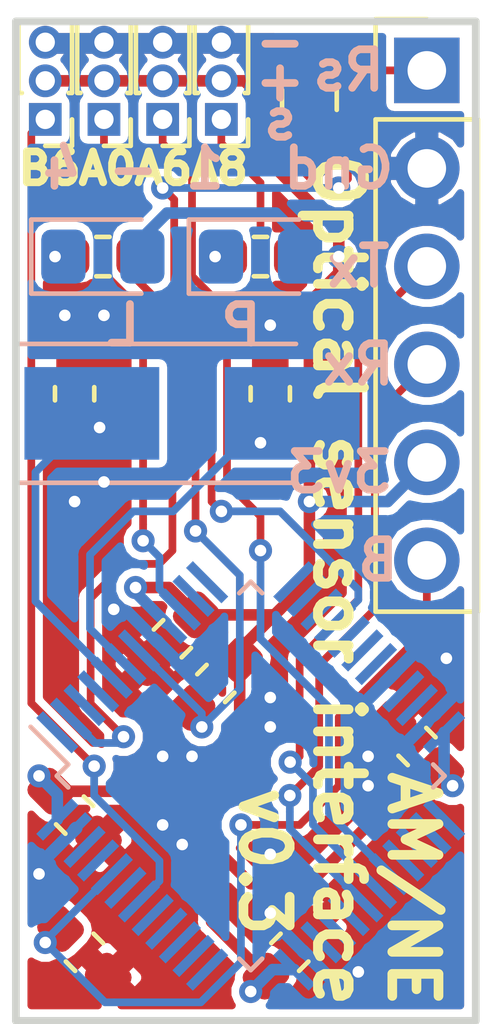
<source format=kicad_pcb>
(kicad_pcb (version 20171130) (host pcbnew 5.0.0-fee4fd1~66~ubuntu16.04.1)

  (general
    (thickness 1.6)
    (drawings 18)
    (tracks 226)
    (zones 0)
    (modules 20)
    (nets 44)
  )

  (page A4)
  (layers
    (0 F.Cu signal)
    (31 B.Cu signal)
    (32 B.Adhes user)
    (33 F.Adhes user)
    (34 B.Paste user)
    (35 F.Paste user)
    (36 B.SilkS user)
    (37 F.SilkS user)
    (38 B.Mask user)
    (39 F.Mask user)
    (40 Dwgs.User user)
    (41 Cmts.User user)
    (42 Eco1.User user)
    (43 Eco2.User user)
    (44 Edge.Cuts user)
    (45 Margin user)
    (46 B.CrtYd user)
    (47 F.CrtYd user)
    (48 B.Fab user hide)
    (49 F.Fab user hide)
  )

  (setup
    (last_trace_width 0.2)
    (trace_clearance 0.2)
    (zone_clearance 0.2)
    (zone_45_only no)
    (trace_min 0.2)
    (segment_width 0.2)
    (edge_width 0.2)
    (via_size 0.6)
    (via_drill 0.3)
    (via_min_size 0.4)
    (via_min_drill 0.3)
    (uvia_size 0.3)
    (uvia_drill 0.1)
    (uvias_allowed no)
    (uvia_min_size 0.2)
    (uvia_min_drill 0.1)
    (pcb_text_width 0.3)
    (pcb_text_size 1.5 1.5)
    (mod_edge_width 0.15)
    (mod_text_size 1 1)
    (mod_text_width 0.15)
    (pad_size 1.5 1.5)
    (pad_drill 0.6)
    (pad_to_mask_clearance 0)
    (aux_axis_origin 0 0)
    (visible_elements 7FFBFFFF)
    (pcbplotparams
      (layerselection 0x010fc_ffffffff)
      (usegerberextensions false)
      (usegerberattributes false)
      (usegerberadvancedattributes false)
      (creategerberjobfile false)
      (excludeedgelayer true)
      (linewidth 0.100000)
      (plotframeref false)
      (viasonmask false)
      (mode 1)
      (useauxorigin false)
      (hpglpennumber 1)
      (hpglpenspeed 20)
      (hpglpendiameter 15.000000)
      (psnegative false)
      (psa4output false)
      (plotreference true)
      (plotvalue true)
      (plotinvisibletext false)
      (padsonsilk false)
      (subtractmaskfromsilk false)
      (outputformat 1)
      (mirror false)
      (drillshape 0)
      (scaleselection 1)
      (outputdirectory "gerbers/"))
  )

  (net 0 "")
  (net 1 "Net-(C1-Pad2)")
  (net 2 GND)
  (net 3 "Net-(C2-Pad1)")
  (net 4 RST)
  (net 5 +3V3)
  (net 6 "Net-(D1-Pad1)")
  (net 7 "Net-(D2-Pad1)")
  (net 8 BOOT0)
  (net 9 PC13)
  (net 10 "Net-(U1-Pad1)")
  (net 11 "Net-(U1-Pad3)")
  (net 12 "Net-(U1-Pad4)")
  (net 13 "Net-(U1-Pad11)")
  (net 14 "Net-(U1-Pad12)")
  (net 15 "Net-(U1-Pad13)")
  (net 16 "Net-(U1-Pad14)")
  (net 17 "Net-(U1-Pad15)")
  (net 18 "Net-(U1-Pad17)")
  (net 19 "Net-(U1-Pad18)")
  (net 20 "Net-(U1-Pad19)")
  (net 21 "Net-(U1-Pad21)")
  (net 22 "Net-(U1-Pad22)")
  (net 23 "Net-(U1-Pad25)")
  (net 24 "Net-(U1-Pad26)")
  (net 25 "Net-(U1-Pad27)")
  (net 26 "Net-(U1-Pad28)")
  (net 27 "Net-(U1-Pad32)")
  (net 28 "Net-(U1-Pad33)")
  (net 29 "Net-(U1-Pad34)")
  (net 30 "Net-(U1-Pad37)")
  (net 31 "Net-(U1-Pad38)")
  (net 32 "Net-(U1-Pad39)")
  (net 33 "Net-(U1-Pad40)")
  (net 34 "Net-(U1-Pad41)")
  (net 35 "Net-(U1-Pad43)")
  (net 36 "Net-(U1-Pad45)")
  (net 37 "Net-(U1-Pad46)")
  (net 38 PB6)
  (net 39 TX)
  (net 40 RX)
  (net 41 PA0)
  (net 42 PA6)
  (net 43 PA8)

  (net_class Default "This is the default net class."
    (clearance 0.2)
    (trace_width 0.2)
    (via_dia 0.6)
    (via_drill 0.3)
    (uvia_dia 0.3)
    (uvia_drill 0.1)
    (add_net BOOT0)
    (add_net GND)
    (add_net "Net-(C1-Pad2)")
    (add_net "Net-(C2-Pad1)")
    (add_net "Net-(D1-Pad1)")
    (add_net "Net-(D2-Pad1)")
    (add_net "Net-(U1-Pad1)")
    (add_net "Net-(U1-Pad11)")
    (add_net "Net-(U1-Pad12)")
    (add_net "Net-(U1-Pad13)")
    (add_net "Net-(U1-Pad14)")
    (add_net "Net-(U1-Pad15)")
    (add_net "Net-(U1-Pad17)")
    (add_net "Net-(U1-Pad18)")
    (add_net "Net-(U1-Pad19)")
    (add_net "Net-(U1-Pad21)")
    (add_net "Net-(U1-Pad22)")
    (add_net "Net-(U1-Pad25)")
    (add_net "Net-(U1-Pad26)")
    (add_net "Net-(U1-Pad27)")
    (add_net "Net-(U1-Pad28)")
    (add_net "Net-(U1-Pad3)")
    (add_net "Net-(U1-Pad32)")
    (add_net "Net-(U1-Pad33)")
    (add_net "Net-(U1-Pad34)")
    (add_net "Net-(U1-Pad37)")
    (add_net "Net-(U1-Pad38)")
    (add_net "Net-(U1-Pad39)")
    (add_net "Net-(U1-Pad4)")
    (add_net "Net-(U1-Pad40)")
    (add_net "Net-(U1-Pad41)")
    (add_net "Net-(U1-Pad43)")
    (add_net "Net-(U1-Pad45)")
    (add_net "Net-(U1-Pad46)")
    (add_net PA0)
    (add_net PA6)
    (add_net PA8)
    (add_net PB6)
    (add_net PC13)
    (add_net RST)
    (add_net RX)
    (add_net TX)
  )

  (net_class Power ""
    (clearance 0.2)
    (trace_width 0.3)
    (via_dia 0.6)
    (via_drill 0.3)
    (uvia_dia 0.3)
    (uvia_drill 0.1)
    (add_net +3V3)
  )

  (module Capacitor_SMD:C_0603_1608Metric_Pad1.05x0.95mm_HandSolder (layer F.Cu) (tedit 5BCD7AF5) (tstamp 5BCD7134)
    (at 137.414 125.222 270)
    (descr "Capacitor SMD 0603 (1608 Metric), square (rectangular) end terminal, IPC_7351 nominal with elongated pad for handsoldering. (Body size source: http://www.tortai-tech.com/upload/download/2011102023233369053.pdf), generated with kicad-footprint-generator")
    (tags "capacitor handsolder")
    (path /5BCA6E51)
    (attr smd)
    (fp_text reference C1 (at 0 -1.43 270) (layer F.SilkS) hide
      (effects (font (size 1 1) (thickness 0.15)))
    )
    (fp_text value "22 pF" (at 0 1.43 270) (layer F.Fab)
      (effects (font (size 1 1) (thickness 0.15)))
    )
    (fp_text user %R (at 0 0 270) (layer F.Fab)
      (effects (font (size 0.4 0.4) (thickness 0.06)))
    )
    (fp_line (start 1.65 0.73) (end -1.65 0.73) (layer F.CrtYd) (width 0.05))
    (fp_line (start 1.65 -0.73) (end 1.65 0.73) (layer F.CrtYd) (width 0.05))
    (fp_line (start -1.65 -0.73) (end 1.65 -0.73) (layer F.CrtYd) (width 0.05))
    (fp_line (start -1.65 0.73) (end -1.65 -0.73) (layer F.CrtYd) (width 0.05))
    (fp_line (start -0.171267 0.51) (end 0.171267 0.51) (layer F.SilkS) (width 0.12))
    (fp_line (start -0.171267 -0.51) (end 0.171267 -0.51) (layer F.SilkS) (width 0.12))
    (fp_line (start 0.8 0.4) (end -0.8 0.4) (layer F.Fab) (width 0.1))
    (fp_line (start 0.8 -0.4) (end 0.8 0.4) (layer F.Fab) (width 0.1))
    (fp_line (start -0.8 -0.4) (end 0.8 -0.4) (layer F.Fab) (width 0.1))
    (fp_line (start -0.8 0.4) (end -0.8 -0.4) (layer F.Fab) (width 0.1))
    (pad 2 smd roundrect (at 0.875 0 270) (size 1.05 0.95) (layers F.Cu F.Paste F.Mask) (roundrect_rratio 0.25)
      (net 1 "Net-(C1-Pad2)"))
    (pad 1 smd roundrect (at -0.875 0 270) (size 1.05 0.95) (layers F.Cu F.Paste F.Mask) (roundrect_rratio 0.25)
      (net 2 GND))
    (model ${KISYS3DMOD}/Capacitor_SMD.3dshapes/C_0603_1608Metric.wrl
      (at (xyz 0 0 0))
      (scale (xyz 1 1 1))
      (rotate (xyz 0 0 0))
    )
  )

  (module Capacitor_SMD:C_0603_1608Metric_Pad1.05x0.95mm_HandSolder (layer F.Cu) (tedit 5BCD7AF1) (tstamp 5BCD7145)
    (at 142.494 125.222 90)
    (descr "Capacitor SMD 0603 (1608 Metric), square (rectangular) end terminal, IPC_7351 nominal with elongated pad for handsoldering. (Body size source: http://www.tortai-tech.com/upload/download/2011102023233369053.pdf), generated with kicad-footprint-generator")
    (tags "capacitor handsolder")
    (path /5BCA6EF5)
    (attr smd)
    (fp_text reference C2 (at 0 -1.43 90) (layer F.SilkS) hide
      (effects (font (size 1 1) (thickness 0.15)))
    )
    (fp_text value "22 pF" (at 0 1.43 90) (layer F.Fab)
      (effects (font (size 1 1) (thickness 0.15)))
    )
    (fp_line (start -0.8 0.4) (end -0.8 -0.4) (layer F.Fab) (width 0.1))
    (fp_line (start -0.8 -0.4) (end 0.8 -0.4) (layer F.Fab) (width 0.1))
    (fp_line (start 0.8 -0.4) (end 0.8 0.4) (layer F.Fab) (width 0.1))
    (fp_line (start 0.8 0.4) (end -0.8 0.4) (layer F.Fab) (width 0.1))
    (fp_line (start -0.171267 -0.51) (end 0.171267 -0.51) (layer F.SilkS) (width 0.12))
    (fp_line (start -0.171267 0.51) (end 0.171267 0.51) (layer F.SilkS) (width 0.12))
    (fp_line (start -1.65 0.73) (end -1.65 -0.73) (layer F.CrtYd) (width 0.05))
    (fp_line (start -1.65 -0.73) (end 1.65 -0.73) (layer F.CrtYd) (width 0.05))
    (fp_line (start 1.65 -0.73) (end 1.65 0.73) (layer F.CrtYd) (width 0.05))
    (fp_line (start 1.65 0.73) (end -1.65 0.73) (layer F.CrtYd) (width 0.05))
    (fp_text user %R (at 0 0 90) (layer F.Fab)
      (effects (font (size 0.4 0.4) (thickness 0.06)))
    )
    (pad 1 smd roundrect (at -0.875 0 90) (size 1.05 0.95) (layers F.Cu F.Paste F.Mask) (roundrect_rratio 0.25)
      (net 3 "Net-(C2-Pad1)"))
    (pad 2 smd roundrect (at 0.875 0 90) (size 1.05 0.95) (layers F.Cu F.Paste F.Mask) (roundrect_rratio 0.25)
      (net 2 GND))
    (model ${KISYS3DMOD}/Capacitor_SMD.3dshapes/C_0603_1608Metric.wrl
      (at (xyz 0 0 0))
      (scale (xyz 1 1 1))
      (rotate (xyz 0 0 0))
    )
  )

  (module Capacitor_SMD:C_0805_2012Metric_Pad1.15x1.40mm_HandSolder (layer F.Cu) (tedit 5BCD7B17) (tstamp 5BCD7B71)
    (at 143.51 117.602 90)
    (descr "Capacitor SMD 0805 (2012 Metric), square (rectangular) end terminal, IPC_7351 nominal with elongated pad for handsoldering. (Body size source: https://docs.google.com/spreadsheets/d/1BsfQQcO9C6DZCsRaXUlFlo91Tg2WpOkGARC1WS5S8t0/edit?usp=sharing), generated with kicad-footprint-generator")
    (tags "capacitor handsolder")
    (path /5B9660DC)
    (attr smd)
    (fp_text reference C3 (at 0 -1.65 90) (layer F.SilkS) hide
      (effects (font (size 1 1) (thickness 0.15)))
    )
    (fp_text value 1uF (at 0 1.65 90) (layer F.Fab)
      (effects (font (size 1 1) (thickness 0.15)))
    )
    (fp_line (start -1 0.6) (end -1 -0.6) (layer F.Fab) (width 0.1))
    (fp_line (start -1 -0.6) (end 1 -0.6) (layer F.Fab) (width 0.1))
    (fp_line (start 1 -0.6) (end 1 0.6) (layer F.Fab) (width 0.1))
    (fp_line (start 1 0.6) (end -1 0.6) (layer F.Fab) (width 0.1))
    (fp_line (start -0.261252 -0.71) (end 0.261252 -0.71) (layer F.SilkS) (width 0.12))
    (fp_line (start -0.261252 0.71) (end 0.261252 0.71) (layer F.SilkS) (width 0.12))
    (fp_line (start -1.85 0.95) (end -1.85 -0.95) (layer F.CrtYd) (width 0.05))
    (fp_line (start -1.85 -0.95) (end 1.85 -0.95) (layer F.CrtYd) (width 0.05))
    (fp_line (start 1.85 -0.95) (end 1.85 0.95) (layer F.CrtYd) (width 0.05))
    (fp_line (start 1.85 0.95) (end -1.85 0.95) (layer F.CrtYd) (width 0.05))
    (fp_text user %R (at 0 0 90) (layer F.Fab)
      (effects (font (size 0.5 0.5) (thickness 0.08)))
    )
    (pad 1 smd roundrect (at -1.025 0 90) (size 1.15 1.4) (layers F.Cu F.Paste F.Mask) (roundrect_rratio 0.217391)
      (net 2 GND))
    (pad 2 smd roundrect (at 1.025 0 90) (size 1.15 1.4) (layers F.Cu F.Paste F.Mask) (roundrect_rratio 0.217391)
      (net 4 RST))
    (model ${KISYS3DMOD}/Capacitor_SMD.3dshapes/C_0805_2012Metric.wrl
      (at (xyz 0 0 0))
      (scale (xyz 1 1 1))
      (rotate (xyz 0 0 0))
    )
  )

  (module Capacitor_SMD:C_0603_1608Metric_Pad1.05x0.95mm_HandSolder (layer F.Cu) (tedit 5BCD7B0D) (tstamp 5BCD7167)
    (at 137.414 136.144 135)
    (descr "Capacitor SMD 0603 (1608 Metric), square (rectangular) end terminal, IPC_7351 nominal with elongated pad for handsoldering. (Body size source: http://www.tortai-tech.com/upload/download/2011102023233369053.pdf), generated with kicad-footprint-generator")
    (tags "capacitor handsolder")
    (path /5B95B348)
    (attr smd)
    (fp_text reference C9 (at 0 -1.43 135) (layer F.SilkS) hide
      (effects (font (size 1 1) (thickness 0.15)))
    )
    (fp_text value 100nF (at 0 1.43 135) (layer F.Fab)
      (effects (font (size 1 1) (thickness 0.15)))
    )
    (fp_text user %R (at 0 0 135) (layer F.Fab)
      (effects (font (size 0.4 0.4) (thickness 0.06)))
    )
    (fp_line (start 1.65 0.73) (end -1.65 0.73) (layer F.CrtYd) (width 0.05))
    (fp_line (start 1.65 -0.73) (end 1.65 0.73) (layer F.CrtYd) (width 0.05))
    (fp_line (start -1.65 -0.73) (end 1.65 -0.73) (layer F.CrtYd) (width 0.05))
    (fp_line (start -1.65 0.73) (end -1.65 -0.73) (layer F.CrtYd) (width 0.05))
    (fp_line (start -0.171267 0.51) (end 0.171267 0.51) (layer F.SilkS) (width 0.12))
    (fp_line (start -0.171267 -0.51) (end 0.171267 -0.51) (layer F.SilkS) (width 0.12))
    (fp_line (start 0.8 0.4) (end -0.8 0.4) (layer F.Fab) (width 0.1))
    (fp_line (start 0.8 -0.4) (end 0.8 0.4) (layer F.Fab) (width 0.1))
    (fp_line (start -0.8 -0.4) (end 0.8 -0.4) (layer F.Fab) (width 0.1))
    (fp_line (start -0.8 0.4) (end -0.8 -0.4) (layer F.Fab) (width 0.1))
    (pad 2 smd roundrect (at 0.875 0 135) (size 1.05 0.95) (layers F.Cu F.Paste F.Mask) (roundrect_rratio 0.25)
      (net 5 +3V3))
    (pad 1 smd roundrect (at -0.875 0 135) (size 1.05 0.95) (layers F.Cu F.Paste F.Mask) (roundrect_rratio 0.25)
      (net 2 GND))
    (model ${KISYS3DMOD}/Capacitor_SMD.3dshapes/C_0603_1608Metric.wrl
      (at (xyz 0 0 0))
      (scale (xyz 1 1 1))
      (rotate (xyz 0 0 0))
    )
  )

  (module Capacitor_SMD:C_0603_1608Metric_Pad1.05x0.95mm_HandSolder (layer F.Cu) (tedit 5BCD7B1A) (tstamp 5BCD7178)
    (at 139.954 131.572 45)
    (descr "Capacitor SMD 0603 (1608 Metric), square (rectangular) end terminal, IPC_7351 nominal with elongated pad for handsoldering. (Body size source: http://www.tortai-tech.com/upload/download/2011102023233369053.pdf), generated with kicad-footprint-generator")
    (tags "capacitor handsolder")
    (path /5B95B3B4)
    (attr smd)
    (fp_text reference C24 (at 0 -1.43 45) (layer F.SilkS) hide
      (effects (font (size 1 1) (thickness 0.15)))
    )
    (fp_text value 100nF (at 0 1.43 45) (layer F.Fab)
      (effects (font (size 1 1) (thickness 0.15)))
    )
    (fp_line (start -0.8 0.4) (end -0.8 -0.4) (layer F.Fab) (width 0.1))
    (fp_line (start -0.8 -0.4) (end 0.8 -0.4) (layer F.Fab) (width 0.1))
    (fp_line (start 0.8 -0.4) (end 0.8 0.4) (layer F.Fab) (width 0.1))
    (fp_line (start 0.8 0.4) (end -0.8 0.4) (layer F.Fab) (width 0.1))
    (fp_line (start -0.171267 -0.51) (end 0.171267 -0.51) (layer F.SilkS) (width 0.12))
    (fp_line (start -0.171267 0.51) (end 0.171267 0.51) (layer F.SilkS) (width 0.12))
    (fp_line (start -1.65 0.73) (end -1.65 -0.73) (layer F.CrtYd) (width 0.05))
    (fp_line (start -1.65 -0.73) (end 1.65 -0.73) (layer F.CrtYd) (width 0.05))
    (fp_line (start 1.65 -0.73) (end 1.65 0.73) (layer F.CrtYd) (width 0.05))
    (fp_line (start 1.65 0.73) (end -1.65 0.73) (layer F.CrtYd) (width 0.05))
    (fp_text user %R (at 0 0 45) (layer F.Fab)
      (effects (font (size 0.4 0.4) (thickness 0.06)))
    )
    (pad 1 smd roundrect (at -0.875 0 45) (size 1.05 0.95) (layers F.Cu F.Paste F.Mask) (roundrect_rratio 0.25)
      (net 2 GND))
    (pad 2 smd roundrect (at 0.875 0 45) (size 1.05 0.95) (layers F.Cu F.Paste F.Mask) (roundrect_rratio 0.25)
      (net 5 +3V3))
    (model ${KISYS3DMOD}/Capacitor_SMD.3dshapes/C_0603_1608Metric.wrl
      (at (xyz 0 0 0))
      (scale (xyz 1 1 1))
      (rotate (xyz 0 0 0))
    )
  )

  (module Capacitor_SMD:C_0603_1608Metric_Pad1.05x0.95mm_HandSolder (layer F.Cu) (tedit 5BCD7B0A) (tstamp 5BCD7189)
    (at 146.304 134.366 315)
    (descr "Capacitor SMD 0603 (1608 Metric), square (rectangular) end terminal, IPC_7351 nominal with elongated pad for handsoldering. (Body size source: http://www.tortai-tech.com/upload/download/2011102023233369053.pdf), generated with kicad-footprint-generator")
    (tags "capacitor handsolder")
    (path /5B95B40C)
    (attr smd)
    (fp_text reference C36 (at 0 -1.43 315) (layer F.SilkS) hide
      (effects (font (size 1 1) (thickness 0.15)))
    )
    (fp_text value 100nF (at 0 1.43 315) (layer F.Fab)
      (effects (font (size 1 1) (thickness 0.15)))
    )
    (fp_text user %R (at 0 0 315) (layer F.Fab)
      (effects (font (size 0.4 0.4) (thickness 0.06)))
    )
    (fp_line (start 1.65 0.73) (end -1.65 0.73) (layer F.CrtYd) (width 0.05))
    (fp_line (start 1.65 -0.73) (end 1.65 0.73) (layer F.CrtYd) (width 0.05))
    (fp_line (start -1.65 -0.73) (end 1.65 -0.73) (layer F.CrtYd) (width 0.05))
    (fp_line (start -1.65 0.73) (end -1.65 -0.73) (layer F.CrtYd) (width 0.05))
    (fp_line (start -0.171267 0.51) (end 0.171267 0.51) (layer F.SilkS) (width 0.12))
    (fp_line (start -0.171267 -0.51) (end 0.171267 -0.51) (layer F.SilkS) (width 0.12))
    (fp_line (start 0.8 0.4) (end -0.8 0.4) (layer F.Fab) (width 0.1))
    (fp_line (start 0.8 -0.4) (end 0.8 0.4) (layer F.Fab) (width 0.1))
    (fp_line (start -0.8 -0.4) (end 0.8 -0.4) (layer F.Fab) (width 0.1))
    (fp_line (start -0.8 0.4) (end -0.8 -0.4) (layer F.Fab) (width 0.1))
    (pad 2 smd roundrect (at 0.875 0 315) (size 1.05 0.95) (layers F.Cu F.Paste F.Mask) (roundrect_rratio 0.25)
      (net 5 +3V3))
    (pad 1 smd roundrect (at -0.875 0 315) (size 1.05 0.95) (layers F.Cu F.Paste F.Mask) (roundrect_rratio 0.25)
      (net 2 GND))
    (model ${KISYS3DMOD}/Capacitor_SMD.3dshapes/C_0603_1608Metric.wrl
      (at (xyz 0 0 0))
      (scale (xyz 1 1 1))
      (rotate (xyz 0 0 0))
    )
  )

  (module Capacitor_SMD:C_0603_1608Metric_Pad1.05x0.95mm_HandSolder (layer F.Cu) (tedit 5BCD7B0F) (tstamp 5BCD719A)
    (at 143.002 139.7 225)
    (descr "Capacitor SMD 0603 (1608 Metric), square (rectangular) end terminal, IPC_7351 nominal with elongated pad for handsoldering. (Body size source: http://www.tortai-tech.com/upload/download/2011102023233369053.pdf), generated with kicad-footprint-generator")
    (tags "capacitor handsolder")
    (path /5B95B44C)
    (attr smd)
    (fp_text reference C48 (at 0 -1.43 225) (layer F.SilkS) hide
      (effects (font (size 1 1) (thickness 0.15)))
    )
    (fp_text value 100nF (at 0 1.43 225) (layer F.Fab)
      (effects (font (size 1 1) (thickness 0.15)))
    )
    (fp_line (start -0.8 0.4) (end -0.8 -0.4) (layer F.Fab) (width 0.1))
    (fp_line (start -0.8 -0.4) (end 0.8 -0.4) (layer F.Fab) (width 0.1))
    (fp_line (start 0.8 -0.4) (end 0.8 0.4) (layer F.Fab) (width 0.1))
    (fp_line (start 0.8 0.4) (end -0.8 0.4) (layer F.Fab) (width 0.1))
    (fp_line (start -0.171267 -0.51) (end 0.171267 -0.51) (layer F.SilkS) (width 0.12))
    (fp_line (start -0.171267 0.51) (end 0.171267 0.51) (layer F.SilkS) (width 0.12))
    (fp_line (start -1.65 0.73) (end -1.65 -0.73) (layer F.CrtYd) (width 0.05))
    (fp_line (start -1.65 -0.73) (end 1.65 -0.73) (layer F.CrtYd) (width 0.05))
    (fp_line (start 1.65 -0.73) (end 1.65 0.73) (layer F.CrtYd) (width 0.05))
    (fp_line (start 1.65 0.73) (end -1.65 0.73) (layer F.CrtYd) (width 0.05))
    (fp_text user %R (at 0 0 225) (layer F.Fab)
      (effects (font (size 0.4 0.4) (thickness 0.06)))
    )
    (pad 1 smd roundrect (at -0.875 0 225) (size 1.05 0.95) (layers F.Cu F.Paste F.Mask) (roundrect_rratio 0.25)
      (net 2 GND))
    (pad 2 smd roundrect (at 0.875 0 225) (size 1.05 0.95) (layers F.Cu F.Paste F.Mask) (roundrect_rratio 0.25)
      (net 5 +3V3))
    (model ${KISYS3DMOD}/Capacitor_SMD.3dshapes/C_0603_1608Metric.wrl
      (at (xyz 0 0 0))
      (scale (xyz 1 1 1))
      (rotate (xyz 0 0 0))
    )
  )

  (module LED_SMD:LED_0805_2012Metric_Pad1.15x1.40mm_HandSolder (layer B.Cu) (tedit 5BCD7AE5) (tstamp 5BCF056F)
    (at 142.24 121.666)
    (descr "LED SMD 0805 (2012 Metric), square (rectangular) end terminal, IPC_7351 nominal, (Body size source: https://docs.google.com/spreadsheets/d/1BsfQQcO9C6DZCsRaXUlFlo91Tg2WpOkGARC1WS5S8t0/edit?usp=sharing), generated with kicad-footprint-generator")
    (tags "LED handsolder")
    (path /5B95801C)
    (attr smd)
    (fp_text reference D1 (at 0 1.65) (layer B.SilkS) hide
      (effects (font (size 1 1) (thickness 0.15)) (justify mirror))
    )
    (fp_text value LED (at 0 -1.65) (layer B.Fab)
      (effects (font (size 1 1) (thickness 0.15)) (justify mirror))
    )
    (fp_line (start 1 0.6) (end -0.7 0.6) (layer B.Fab) (width 0.1))
    (fp_line (start -0.7 0.6) (end -1 0.3) (layer B.Fab) (width 0.1))
    (fp_line (start -1 0.3) (end -1 -0.6) (layer B.Fab) (width 0.1))
    (fp_line (start -1 -0.6) (end 1 -0.6) (layer B.Fab) (width 0.1))
    (fp_line (start 1 -0.6) (end 1 0.6) (layer B.Fab) (width 0.1))
    (fp_line (start 1 0.96) (end -1.86 0.96) (layer B.SilkS) (width 0.12))
    (fp_line (start -1.86 0.96) (end -1.86 -0.96) (layer B.SilkS) (width 0.12))
    (fp_line (start -1.86 -0.96) (end 1 -0.96) (layer B.SilkS) (width 0.12))
    (fp_line (start -1.85 -0.95) (end -1.85 0.95) (layer B.CrtYd) (width 0.05))
    (fp_line (start -1.85 0.95) (end 1.85 0.95) (layer B.CrtYd) (width 0.05))
    (fp_line (start 1.85 0.95) (end 1.85 -0.95) (layer B.CrtYd) (width 0.05))
    (fp_line (start 1.85 -0.95) (end -1.85 -0.95) (layer B.CrtYd) (width 0.05))
    (fp_text user %R (at 0 0) (layer B.Fab)
      (effects (font (size 0.5 0.5) (thickness 0.08)) (justify mirror))
    )
    (pad 1 smd roundrect (at -1.025 0) (size 1.15 1.4) (layers B.Cu B.Paste B.Mask) (roundrect_rratio 0.217391)
      (net 6 "Net-(D1-Pad1)"))
    (pad 2 smd roundrect (at 1.025 0) (size 1.15 1.4) (layers B.Cu B.Paste B.Mask) (roundrect_rratio 0.217391)
      (net 5 +3V3))
    (model ${KISYS3DMOD}/LED_SMD.3dshapes/LED_0805_2012Metric.wrl
      (at (xyz 0 0 0))
      (scale (xyz 1 1 1))
      (rotate (xyz 0 0 0))
    )
  )

  (module LED_SMD:LED_0805_2012Metric_Pad1.15x1.40mm_HandSolder (layer B.Cu) (tedit 5BCD7AE0) (tstamp 5BCD71C0)
    (at 138.148 121.666)
    (descr "LED SMD 0805 (2012 Metric), square (rectangular) end terminal, IPC_7351 nominal, (Body size source: https://docs.google.com/spreadsheets/d/1BsfQQcO9C6DZCsRaXUlFlo91Tg2WpOkGARC1WS5S8t0/edit?usp=sharing), generated with kicad-footprint-generator")
    (tags "LED handsolder")
    (path /5B9592D8)
    (attr smd)
    (fp_text reference D2 (at 0 1.65) (layer B.SilkS) hide
      (effects (font (size 1 1) (thickness 0.15)) (justify mirror))
    )
    (fp_text value LED (at 0 -1.65) (layer B.Fab)
      (effects (font (size 1 1) (thickness 0.15)) (justify mirror))
    )
    (fp_text user %R (at 0 0) (layer B.Fab)
      (effects (font (size 0.5 0.5) (thickness 0.08)) (justify mirror))
    )
    (fp_line (start 1.85 -0.95) (end -1.85 -0.95) (layer B.CrtYd) (width 0.05))
    (fp_line (start 1.85 0.95) (end 1.85 -0.95) (layer B.CrtYd) (width 0.05))
    (fp_line (start -1.85 0.95) (end 1.85 0.95) (layer B.CrtYd) (width 0.05))
    (fp_line (start -1.85 -0.95) (end -1.85 0.95) (layer B.CrtYd) (width 0.05))
    (fp_line (start -1.86 -0.96) (end 1 -0.96) (layer B.SilkS) (width 0.12))
    (fp_line (start -1.86 0.96) (end -1.86 -0.96) (layer B.SilkS) (width 0.12))
    (fp_line (start 1 0.96) (end -1.86 0.96) (layer B.SilkS) (width 0.12))
    (fp_line (start 1 -0.6) (end 1 0.6) (layer B.Fab) (width 0.1))
    (fp_line (start -1 -0.6) (end 1 -0.6) (layer B.Fab) (width 0.1))
    (fp_line (start -1 0.3) (end -1 -0.6) (layer B.Fab) (width 0.1))
    (fp_line (start -0.7 0.6) (end -1 0.3) (layer B.Fab) (width 0.1))
    (fp_line (start 1 0.6) (end -0.7 0.6) (layer B.Fab) (width 0.1))
    (pad 2 smd roundrect (at 1.025 0) (size 1.15 1.4) (layers B.Cu B.Paste B.Mask) (roundrect_rratio 0.217391)
      (net 5 +3V3))
    (pad 1 smd roundrect (at -1.025 0) (size 1.15 1.4) (layers B.Cu B.Paste B.Mask) (roundrect_rratio 0.217391)
      (net 7 "Net-(D2-Pad1)"))
    (model ${KISYS3DMOD}/LED_SMD.3dshapes/LED_0805_2012Metric.wrl
      (at (xyz 0 0 0))
      (scale (xyz 1 1 1))
      (rotate (xyz 0 0 0))
    )
  )

  (module Connector_PinHeader_1.00mm:PinHeader_1x03_P1.00mm_Vertical (layer F.Cu) (tedit 5BCD7A87) (tstamp 5BCDDA9D)
    (at 136.652 118.11 180)
    (descr "Through hole straight pin header, 1x03, 1.00mm pitch, single row")
    (tags "Through hole pin header THT 1x03 1.00mm single row")
    (path /5BCAB8CC)
    (fp_text reference J1 (at 0 -1.56 180) (layer F.SilkS) hide
      (effects (font (size 1 1) (thickness 0.15)))
    )
    (fp_text value Conn_01x03_Male (at 0 3.56 180) (layer F.Fab)
      (effects (font (size 1 1) (thickness 0.15)))
    )
    (fp_text user %R (at 0 1 270) (layer F.Fab)
      (effects (font (size 0.76 0.76) (thickness 0.114)))
    )
    (fp_line (start 1.15 -1) (end -1.15 -1) (layer F.CrtYd) (width 0.05))
    (fp_line (start 1.15 3) (end 1.15 -1) (layer F.CrtYd) (width 0.05))
    (fp_line (start -1.15 3) (end 1.15 3) (layer F.CrtYd) (width 0.05))
    (fp_line (start -1.15 -1) (end -1.15 3) (layer F.CrtYd) (width 0.05))
    (fp_line (start -0.695 -0.685) (end 0 -0.685) (layer F.SilkS) (width 0.12))
    (fp_line (start -0.695 0) (end -0.695 -0.685) (layer F.SilkS) (width 0.12))
    (fp_line (start 0.608276 0.685) (end 0.695 0.685) (layer F.SilkS) (width 0.12))
    (fp_line (start -0.695 0.685) (end -0.608276 0.685) (layer F.SilkS) (width 0.12))
    (fp_line (start 0.695 0.685) (end 0.695 2.56) (layer F.SilkS) (width 0.12))
    (fp_line (start -0.695 0.685) (end -0.695 2.56) (layer F.SilkS) (width 0.12))
    (fp_line (start 0.394493 2.56) (end 0.695 2.56) (layer F.SilkS) (width 0.12))
    (fp_line (start -0.695 2.56) (end -0.394493 2.56) (layer F.SilkS) (width 0.12))
    (fp_line (start -0.635 -0.1825) (end -0.3175 -0.5) (layer F.Fab) (width 0.1))
    (fp_line (start -0.635 2.5) (end -0.635 -0.1825) (layer F.Fab) (width 0.1))
    (fp_line (start 0.635 2.5) (end -0.635 2.5) (layer F.Fab) (width 0.1))
    (fp_line (start 0.635 -0.5) (end 0.635 2.5) (layer F.Fab) (width 0.1))
    (fp_line (start -0.3175 -0.5) (end 0.635 -0.5) (layer F.Fab) (width 0.1))
    (pad 3 thru_hole oval (at 0 2 180) (size 0.85 0.85) (drill 0.5) (layers *.Cu *.Mask)
      (net 2 GND))
    (pad 2 thru_hole oval (at 0 1 180) (size 0.85 0.85) (drill 0.5) (layers *.Cu *.Mask)
      (net 5 +3V3))
    (pad 1 thru_hole rect (at 0 0 180) (size 0.85 0.85) (drill 0.5) (layers *.Cu *.Mask)
      (net 38 PB6))
    (model ${KISYS3DMOD}/Connector_PinHeader_1.00mm.3dshapes/PinHeader_1x03_P1.00mm_Vertical.wrl
      (at (xyz 0 0 0))
      (scale (xyz 1 1 1))
      (rotate (xyz 0 0 0))
    )
  )

  (module Connector_PinHeader_2.54mm:PinHeader_1x06_P2.54mm_Vertical (layer F.Cu) (tedit 5BCD7B03) (tstamp 5BCD71F3)
    (at 146.558 116.84)
    (descr "Through hole straight pin header, 1x06, 2.54mm pitch, single row")
    (tags "Through hole pin header THT 1x06 2.54mm single row")
    (path /5BCAA8EA)
    (fp_text reference J2 (at 0 -2.33) (layer F.SilkS) hide
      (effects (font (size 1 1) (thickness 0.15)))
    )
    (fp_text value Conn_01x06_Male (at 0 15.03) (layer F.Fab)
      (effects (font (size 1 1) (thickness 0.15)))
    )
    (fp_line (start -0.635 -1.27) (end 1.27 -1.27) (layer F.Fab) (width 0.1))
    (fp_line (start 1.27 -1.27) (end 1.27 13.97) (layer F.Fab) (width 0.1))
    (fp_line (start 1.27 13.97) (end -1.27 13.97) (layer F.Fab) (width 0.1))
    (fp_line (start -1.27 13.97) (end -1.27 -0.635) (layer F.Fab) (width 0.1))
    (fp_line (start -1.27 -0.635) (end -0.635 -1.27) (layer F.Fab) (width 0.1))
    (fp_line (start -1.33 14.03) (end 1.33 14.03) (layer F.SilkS) (width 0.12))
    (fp_line (start -1.33 1.27) (end -1.33 14.03) (layer F.SilkS) (width 0.12))
    (fp_line (start 1.33 1.27) (end 1.33 14.03) (layer F.SilkS) (width 0.12))
    (fp_line (start -1.33 1.27) (end 1.33 1.27) (layer F.SilkS) (width 0.12))
    (fp_line (start -1.33 0) (end -1.33 -1.33) (layer F.SilkS) (width 0.12))
    (fp_line (start -1.33 -1.33) (end 0 -1.33) (layer F.SilkS) (width 0.12))
    (fp_line (start -1.8 -1.8) (end -1.8 14.5) (layer F.CrtYd) (width 0.05))
    (fp_line (start -1.8 14.5) (end 1.8 14.5) (layer F.CrtYd) (width 0.05))
    (fp_line (start 1.8 14.5) (end 1.8 -1.8) (layer F.CrtYd) (width 0.05))
    (fp_line (start 1.8 -1.8) (end -1.8 -1.8) (layer F.CrtYd) (width 0.05))
    (fp_text user %R (at 0 6.35 90) (layer F.Fab)
      (effects (font (size 1 1) (thickness 0.15)))
    )
    (pad 1 thru_hole rect (at 0 0) (size 1.7 1.7) (drill 1) (layers *.Cu *.Mask)
      (net 4 RST))
    (pad 2 thru_hole oval (at 0 2.54) (size 1.7 1.7) (drill 1) (layers *.Cu *.Mask)
      (net 2 GND))
    (pad 3 thru_hole oval (at 0 5.08) (size 1.7 1.7) (drill 1) (layers *.Cu *.Mask)
      (net 39 TX))
    (pad 4 thru_hole oval (at 0 7.62) (size 1.7 1.7) (drill 1) (layers *.Cu *.Mask)
      (net 40 RX))
    (pad 5 thru_hole oval (at 0 10.16) (size 1.7 1.7) (drill 1) (layers *.Cu *.Mask)
      (net 5 +3V3))
    (pad 6 thru_hole oval (at 0 12.7) (size 1.7 1.7) (drill 1) (layers *.Cu *.Mask)
      (net 8 BOOT0))
    (model ${KISYS3DMOD}/Connector_PinHeader_2.54mm.3dshapes/PinHeader_1x06_P2.54mm_Vertical.wrl
      (at (xyz 0 0 0))
      (scale (xyz 1 1 1))
      (rotate (xyz 0 0 0))
    )
  )

  (module Connector_PinHeader_1.00mm:PinHeader_1x03_P1.00mm_Vertical (layer F.Cu) (tedit 5BCD7A7A) (tstamp 5BCDDAE5)
    (at 138.176 118.11 180)
    (descr "Through hole straight pin header, 1x03, 1.00mm pitch, single row")
    (tags "Through hole pin header THT 1x03 1.00mm single row")
    (path /5BCAB6D4)
    (fp_text reference J3 (at 0 -1.56 180) (layer F.SilkS) hide
      (effects (font (size 1 1) (thickness 0.15)))
    )
    (fp_text value Conn_01x03_Male (at 0 3.56 180) (layer F.Fab)
      (effects (font (size 1 1) (thickness 0.15)))
    )
    (fp_line (start -0.3175 -0.5) (end 0.635 -0.5) (layer F.Fab) (width 0.1))
    (fp_line (start 0.635 -0.5) (end 0.635 2.5) (layer F.Fab) (width 0.1))
    (fp_line (start 0.635 2.5) (end -0.635 2.5) (layer F.Fab) (width 0.1))
    (fp_line (start -0.635 2.5) (end -0.635 -0.1825) (layer F.Fab) (width 0.1))
    (fp_line (start -0.635 -0.1825) (end -0.3175 -0.5) (layer F.Fab) (width 0.1))
    (fp_line (start -0.695 2.56) (end -0.394493 2.56) (layer F.SilkS) (width 0.12))
    (fp_line (start 0.394493 2.56) (end 0.695 2.56) (layer F.SilkS) (width 0.12))
    (fp_line (start -0.695 0.685) (end -0.695 2.56) (layer F.SilkS) (width 0.12))
    (fp_line (start 0.695 0.685) (end 0.695 2.56) (layer F.SilkS) (width 0.12))
    (fp_line (start -0.695 0.685) (end -0.608276 0.685) (layer F.SilkS) (width 0.12))
    (fp_line (start 0.608276 0.685) (end 0.695 0.685) (layer F.SilkS) (width 0.12))
    (fp_line (start -0.695 0) (end -0.695 -0.685) (layer F.SilkS) (width 0.12))
    (fp_line (start -0.695 -0.685) (end 0 -0.685) (layer F.SilkS) (width 0.12))
    (fp_line (start -1.15 -1) (end -1.15 3) (layer F.CrtYd) (width 0.05))
    (fp_line (start -1.15 3) (end 1.15 3) (layer F.CrtYd) (width 0.05))
    (fp_line (start 1.15 3) (end 1.15 -1) (layer F.CrtYd) (width 0.05))
    (fp_line (start 1.15 -1) (end -1.15 -1) (layer F.CrtYd) (width 0.05))
    (fp_text user %R (at 0 1 270) (layer F.Fab)
      (effects (font (size 0.76 0.76) (thickness 0.114)))
    )
    (pad 1 thru_hole rect (at 0 0 180) (size 0.85 0.85) (drill 0.5) (layers *.Cu *.Mask)
      (net 41 PA0))
    (pad 2 thru_hole oval (at 0 1 180) (size 0.85 0.85) (drill 0.5) (layers *.Cu *.Mask)
      (net 5 +3V3))
    (pad 3 thru_hole oval (at 0 2 180) (size 0.85 0.85) (drill 0.5) (layers *.Cu *.Mask)
      (net 2 GND))
    (model ${KISYS3DMOD}/Connector_PinHeader_1.00mm.3dshapes/PinHeader_1x03_P1.00mm_Vertical.wrl
      (at (xyz 0 0 0))
      (scale (xyz 1 1 1))
      (rotate (xyz 0 0 0))
    )
  )

  (module Connector_PinHeader_1.00mm:PinHeader_1x03_P1.00mm_Vertical (layer F.Cu) (tedit 5BCD7A83) (tstamp 5BCDDA0D)
    (at 139.7 118.11 180)
    (descr "Through hole straight pin header, 1x03, 1.00mm pitch, single row")
    (tags "Through hole pin header THT 1x03 1.00mm single row")
    (path /5BCAB796)
    (fp_text reference J4 (at 0 -1.56 180) (layer F.SilkS) hide
      (effects (font (size 1 1) (thickness 0.15)))
    )
    (fp_text value Conn_01x03_Male (at 0 3.56 180) (layer F.Fab)
      (effects (font (size 1 1) (thickness 0.15)))
    )
    (fp_text user %R (at 0 1 270) (layer F.Fab)
      (effects (font (size 0.76 0.76) (thickness 0.114)))
    )
    (fp_line (start 1.15 -1) (end -1.15 -1) (layer F.CrtYd) (width 0.05))
    (fp_line (start 1.15 3) (end 1.15 -1) (layer F.CrtYd) (width 0.05))
    (fp_line (start -1.15 3) (end 1.15 3) (layer F.CrtYd) (width 0.05))
    (fp_line (start -1.15 -1) (end -1.15 3) (layer F.CrtYd) (width 0.05))
    (fp_line (start -0.695 -0.685) (end 0 -0.685) (layer F.SilkS) (width 0.12))
    (fp_line (start -0.695 0) (end -0.695 -0.685) (layer F.SilkS) (width 0.12))
    (fp_line (start 0.608276 0.685) (end 0.695 0.685) (layer F.SilkS) (width 0.12))
    (fp_line (start -0.695 0.685) (end -0.608276 0.685) (layer F.SilkS) (width 0.12))
    (fp_line (start 0.695 0.685) (end 0.695 2.56) (layer F.SilkS) (width 0.12))
    (fp_line (start -0.695 0.685) (end -0.695 2.56) (layer F.SilkS) (width 0.12))
    (fp_line (start 0.394493 2.56) (end 0.695 2.56) (layer F.SilkS) (width 0.12))
    (fp_line (start -0.695 2.56) (end -0.394493 2.56) (layer F.SilkS) (width 0.12))
    (fp_line (start -0.635 -0.1825) (end -0.3175 -0.5) (layer F.Fab) (width 0.1))
    (fp_line (start -0.635 2.5) (end -0.635 -0.1825) (layer F.Fab) (width 0.1))
    (fp_line (start 0.635 2.5) (end -0.635 2.5) (layer F.Fab) (width 0.1))
    (fp_line (start 0.635 -0.5) (end 0.635 2.5) (layer F.Fab) (width 0.1))
    (fp_line (start -0.3175 -0.5) (end 0.635 -0.5) (layer F.Fab) (width 0.1))
    (pad 3 thru_hole oval (at 0 2 180) (size 0.85 0.85) (drill 0.5) (layers *.Cu *.Mask)
      (net 2 GND))
    (pad 2 thru_hole oval (at 0 1 180) (size 0.85 0.85) (drill 0.5) (layers *.Cu *.Mask)
      (net 5 +3V3))
    (pad 1 thru_hole rect (at 0 0 180) (size 0.85 0.85) (drill 0.5) (layers *.Cu *.Mask)
      (net 42 PA6))
    (model ${KISYS3DMOD}/Connector_PinHeader_1.00mm.3dshapes/PinHeader_1x03_P1.00mm_Vertical.wrl
      (at (xyz 0 0 0))
      (scale (xyz 1 1 1))
      (rotate (xyz 0 0 0))
    )
  )

  (module Connector_PinHeader_1.00mm:PinHeader_1x03_P1.00mm_Vertical (layer F.Cu) (tedit 5BCD7A8A) (tstamp 5BCDDA55)
    (at 141.224 118.11 180)
    (descr "Through hole straight pin header, 1x03, 1.00mm pitch, single row")
    (tags "Through hole pin header THT 1x03 1.00mm single row")
    (path /5BCAB834)
    (fp_text reference J5 (at 0 -1.56 180) (layer F.SilkS) hide
      (effects (font (size 1 1) (thickness 0.15)))
    )
    (fp_text value Conn_01x03_Male (at 0 3.56 180) (layer F.Fab)
      (effects (font (size 1 1) (thickness 0.15)))
    )
    (fp_line (start -0.3175 -0.5) (end 0.635 -0.5) (layer F.Fab) (width 0.1))
    (fp_line (start 0.635 -0.5) (end 0.635 2.5) (layer F.Fab) (width 0.1))
    (fp_line (start 0.635 2.5) (end -0.635 2.5) (layer F.Fab) (width 0.1))
    (fp_line (start -0.635 2.5) (end -0.635 -0.1825) (layer F.Fab) (width 0.1))
    (fp_line (start -0.635 -0.1825) (end -0.3175 -0.5) (layer F.Fab) (width 0.1))
    (fp_line (start -0.695 2.56) (end -0.394493 2.56) (layer F.SilkS) (width 0.12))
    (fp_line (start 0.394493 2.56) (end 0.695 2.56) (layer F.SilkS) (width 0.12))
    (fp_line (start -0.695 0.685) (end -0.695 2.56) (layer F.SilkS) (width 0.12))
    (fp_line (start 0.695 0.685) (end 0.695 2.56) (layer F.SilkS) (width 0.12))
    (fp_line (start -0.695 0.685) (end -0.608276 0.685) (layer F.SilkS) (width 0.12))
    (fp_line (start 0.608276 0.685) (end 0.695 0.685) (layer F.SilkS) (width 0.12))
    (fp_line (start -0.695 0) (end -0.695 -0.685) (layer F.SilkS) (width 0.12))
    (fp_line (start -0.695 -0.685) (end 0 -0.685) (layer F.SilkS) (width 0.12))
    (fp_line (start -1.15 -1) (end -1.15 3) (layer F.CrtYd) (width 0.05))
    (fp_line (start -1.15 3) (end 1.15 3) (layer F.CrtYd) (width 0.05))
    (fp_line (start 1.15 3) (end 1.15 -1) (layer F.CrtYd) (width 0.05))
    (fp_line (start 1.15 -1) (end -1.15 -1) (layer F.CrtYd) (width 0.05))
    (fp_text user %R (at 0 1 270) (layer F.Fab)
      (effects (font (size 0.76 0.76) (thickness 0.114)))
    )
    (pad 1 thru_hole rect (at 0 0 180) (size 0.85 0.85) (drill 0.5) (layers *.Cu *.Mask)
      (net 43 PA8))
    (pad 2 thru_hole oval (at 0 1 180) (size 0.85 0.85) (drill 0.5) (layers *.Cu *.Mask)
      (net 5 +3V3))
    (pad 3 thru_hole oval (at 0 2 180) (size 0.85 0.85) (drill 0.5) (layers *.Cu *.Mask)
      (net 2 GND))
    (model ${KISYS3DMOD}/Connector_PinHeader_1.00mm.3dshapes/PinHeader_1x03_P1.00mm_Vertical.wrl
      (at (xyz 0 0 0))
      (scale (xyz 1 1 1))
      (rotate (xyz 0 0 0))
    )
  )

  (module Resistor_SMD:R_0603_1608Metric_Pad1.05x0.95mm_HandSolder (layer F.Cu) (tedit 5BCD7B07) (tstamp 5BCD724F)
    (at 137.668 139.7 315)
    (descr "Resistor SMD 0603 (1608 Metric), square (rectangular) end terminal, IPC_7351 nominal with elongated pad for handsoldering. (Body size source: http://www.tortai-tech.com/upload/download/2011102023233369053.pdf), generated with kicad-footprint-generator")
    (tags "resistor handsolder")
    (path /5B96C7AD)
    (attr smd)
    (fp_text reference R1 (at 0 -1.43 315) (layer F.SilkS) hide
      (effects (font (size 1 1) (thickness 0.15)))
    )
    (fp_text value 100K (at 0 1.43 315) (layer F.Fab)
      (effects (font (size 1 1) (thickness 0.15)))
    )
    (fp_text user %R (at 0 0 315) (layer F.Fab)
      (effects (font (size 0.4 0.4) (thickness 0.06)))
    )
    (fp_line (start 1.65 0.73) (end -1.65 0.73) (layer F.CrtYd) (width 0.05))
    (fp_line (start 1.65 -0.73) (end 1.65 0.73) (layer F.CrtYd) (width 0.05))
    (fp_line (start -1.65 -0.73) (end 1.65 -0.73) (layer F.CrtYd) (width 0.05))
    (fp_line (start -1.65 0.73) (end -1.65 -0.73) (layer F.CrtYd) (width 0.05))
    (fp_line (start -0.171267 0.51) (end 0.171267 0.51) (layer F.SilkS) (width 0.12))
    (fp_line (start -0.171267 -0.51) (end 0.171267 -0.51) (layer F.SilkS) (width 0.12))
    (fp_line (start 0.8 0.4) (end -0.8 0.4) (layer F.Fab) (width 0.1))
    (fp_line (start 0.8 -0.4) (end 0.8 0.4) (layer F.Fab) (width 0.1))
    (fp_line (start -0.8 -0.4) (end 0.8 -0.4) (layer F.Fab) (width 0.1))
    (fp_line (start -0.8 0.4) (end -0.8 -0.4) (layer F.Fab) (width 0.1))
    (pad 2 smd roundrect (at 0.875 0 315) (size 1.05 0.95) (layers F.Cu F.Paste F.Mask) (roundrect_rratio 0.25)
      (net 2 GND))
    (pad 1 smd roundrect (at -0.875 0 315) (size 1.05 0.95) (layers F.Cu F.Paste F.Mask) (roundrect_rratio 0.25)
      (net 8 BOOT0))
    (model ${KISYS3DMOD}/Resistor_SMD.3dshapes/R_0603_1608Metric.wrl
      (at (xyz 0 0 0))
      (scale (xyz 1 1 1))
      (rotate (xyz 0 0 0))
    )
  )

  (module Resistor_SMD:R_0603_1608Metric_Pad1.05x0.95mm_HandSolder (layer F.Cu) (tedit 5BCD7B13) (tstamp 5BCD7260)
    (at 141.080718 132.731282 45)
    (descr "Resistor SMD 0603 (1608 Metric), square (rectangular) end terminal, IPC_7351 nominal with elongated pad for handsoldering. (Body size source: http://www.tortai-tech.com/upload/download/2011102023233369053.pdf), generated with kicad-footprint-generator")
    (tags "resistor handsolder")
    (path /5B965FB5)
    (attr smd)
    (fp_text reference R2 (at 0 -1.43 45) (layer F.SilkS) hide
      (effects (font (size 1 1) (thickness 0.15)))
    )
    (fp_text value 10K (at 0 1.43 45) (layer F.Fab)
      (effects (font (size 1 1) (thickness 0.15)))
    )
    (fp_line (start -0.8 0.4) (end -0.8 -0.4) (layer F.Fab) (width 0.1))
    (fp_line (start -0.8 -0.4) (end 0.8 -0.4) (layer F.Fab) (width 0.1))
    (fp_line (start 0.8 -0.4) (end 0.8 0.4) (layer F.Fab) (width 0.1))
    (fp_line (start 0.8 0.4) (end -0.8 0.4) (layer F.Fab) (width 0.1))
    (fp_line (start -0.171267 -0.51) (end 0.171267 -0.51) (layer F.SilkS) (width 0.12))
    (fp_line (start -0.171267 0.51) (end 0.171267 0.51) (layer F.SilkS) (width 0.12))
    (fp_line (start -1.65 0.73) (end -1.65 -0.73) (layer F.CrtYd) (width 0.05))
    (fp_line (start -1.65 -0.73) (end 1.65 -0.73) (layer F.CrtYd) (width 0.05))
    (fp_line (start 1.65 -0.73) (end 1.65 0.73) (layer F.CrtYd) (width 0.05))
    (fp_line (start 1.65 0.73) (end -1.65 0.73) (layer F.CrtYd) (width 0.05))
    (fp_text user %R (at 0 0 45) (layer F.Fab)
      (effects (font (size 0.4 0.4) (thickness 0.06)))
    )
    (pad 1 smd roundrect (at -0.875 0 45) (size 1.05 0.95) (layers F.Cu F.Paste F.Mask) (roundrect_rratio 0.25)
      (net 4 RST))
    (pad 2 smd roundrect (at 0.875 0 45) (size 1.05 0.95) (layers F.Cu F.Paste F.Mask) (roundrect_rratio 0.25)
      (net 5 +3V3))
    (model ${KISYS3DMOD}/Resistor_SMD.3dshapes/R_0603_1608Metric.wrl
      (at (xyz 0 0 0))
      (scale (xyz 1 1 1))
      (rotate (xyz 0 0 0))
    )
  )

  (module Resistor_SMD:R_0603_1608Metric_Pad1.05x0.95mm_HandSolder (layer F.Cu) (tedit 5BCD7AE9) (tstamp 5BCF0484)
    (at 142.24 121.666 180)
    (descr "Resistor SMD 0603 (1608 Metric), square (rectangular) end terminal, IPC_7351 nominal with elongated pad for handsoldering. (Body size source: http://www.tortai-tech.com/upload/download/2011102023233369053.pdf), generated with kicad-footprint-generator")
    (tags "resistor handsolder")
    (path /5B958208)
    (attr smd)
    (fp_text reference R3 (at 0 -1.43 180) (layer F.SilkS) hide
      (effects (font (size 1 1) (thickness 0.15)))
    )
    (fp_text value 510 (at 0 1.43 180) (layer F.Fab)
      (effects (font (size 1 1) (thickness 0.15)))
    )
    (fp_line (start -0.8 0.4) (end -0.8 -0.4) (layer F.Fab) (width 0.1))
    (fp_line (start -0.8 -0.4) (end 0.8 -0.4) (layer F.Fab) (width 0.1))
    (fp_line (start 0.8 -0.4) (end 0.8 0.4) (layer F.Fab) (width 0.1))
    (fp_line (start 0.8 0.4) (end -0.8 0.4) (layer F.Fab) (width 0.1))
    (fp_line (start -0.171267 -0.51) (end 0.171267 -0.51) (layer F.SilkS) (width 0.12))
    (fp_line (start -0.171267 0.51) (end 0.171267 0.51) (layer F.SilkS) (width 0.12))
    (fp_line (start -1.65 0.73) (end -1.65 -0.73) (layer F.CrtYd) (width 0.05))
    (fp_line (start -1.65 -0.73) (end 1.65 -0.73) (layer F.CrtYd) (width 0.05))
    (fp_line (start 1.65 -0.73) (end 1.65 0.73) (layer F.CrtYd) (width 0.05))
    (fp_line (start 1.65 0.73) (end -1.65 0.73) (layer F.CrtYd) (width 0.05))
    (fp_text user %R (at 0 0 180) (layer F.Fab)
      (effects (font (size 0.4 0.4) (thickness 0.06)))
    )
    (pad 1 smd roundrect (at -0.875 0 180) (size 1.05 0.95) (layers F.Cu F.Paste F.Mask) (roundrect_rratio 0.25)
      (net 2 GND))
    (pad 2 smd roundrect (at 0.875 0 180) (size 1.05 0.95) (layers F.Cu F.Paste F.Mask) (roundrect_rratio 0.25)
      (net 6 "Net-(D1-Pad1)"))
    (model ${KISYS3DMOD}/Resistor_SMD.3dshapes/R_0603_1608Metric.wrl
      (at (xyz 0 0 0))
      (scale (xyz 1 1 1))
      (rotate (xyz 0 0 0))
    )
  )

  (module Resistor_SMD:R_0603_1608Metric_Pad1.05x0.95mm_HandSolder (layer F.Cu) (tedit 5BCD7ADB) (tstamp 5BCDCC86)
    (at 138.148 121.666 180)
    (descr "Resistor SMD 0603 (1608 Metric), square (rectangular) end terminal, IPC_7351 nominal with elongated pad for handsoldering. (Body size source: http://www.tortai-tech.com/upload/download/2011102023233369053.pdf), generated with kicad-footprint-generator")
    (tags "resistor handsolder")
    (path /5B9592DF)
    (attr smd)
    (fp_text reference R4 (at 0 -1.43 180) (layer F.SilkS) hide
      (effects (font (size 1 1) (thickness 0.15)))
    )
    (fp_text value 510 (at 0 1.43 180) (layer F.Fab)
      (effects (font (size 1 1) (thickness 0.15)))
    )
    (fp_text user %R (at 0 0 180) (layer F.Fab)
      (effects (font (size 0.4 0.4) (thickness 0.06)))
    )
    (fp_line (start 1.65 0.73) (end -1.65 0.73) (layer F.CrtYd) (width 0.05))
    (fp_line (start 1.65 -0.73) (end 1.65 0.73) (layer F.CrtYd) (width 0.05))
    (fp_line (start -1.65 -0.73) (end 1.65 -0.73) (layer F.CrtYd) (width 0.05))
    (fp_line (start -1.65 0.73) (end -1.65 -0.73) (layer F.CrtYd) (width 0.05))
    (fp_line (start -0.171267 0.51) (end 0.171267 0.51) (layer F.SilkS) (width 0.12))
    (fp_line (start -0.171267 -0.51) (end 0.171267 -0.51) (layer F.SilkS) (width 0.12))
    (fp_line (start 0.8 0.4) (end -0.8 0.4) (layer F.Fab) (width 0.1))
    (fp_line (start 0.8 -0.4) (end 0.8 0.4) (layer F.Fab) (width 0.1))
    (fp_line (start -0.8 -0.4) (end 0.8 -0.4) (layer F.Fab) (width 0.1))
    (fp_line (start -0.8 0.4) (end -0.8 -0.4) (layer F.Fab) (width 0.1))
    (pad 2 smd roundrect (at 0.875 0 180) (size 1.05 0.95) (layers F.Cu F.Paste F.Mask) (roundrect_rratio 0.25)
      (net 7 "Net-(D2-Pad1)"))
    (pad 1 smd roundrect (at -0.875 0 180) (size 1.05 0.95) (layers F.Cu F.Paste F.Mask) (roundrect_rratio 0.25)
      (net 9 PC13))
    (model ${KISYS3DMOD}/Resistor_SMD.3dshapes/R_0603_1608Metric.wrl
      (at (xyz 0 0 0))
      (scale (xyz 1 1 1))
      (rotate (xyz 0 0 0))
    )
  )

  (module Package_QFP:LQFP-48_7x7mm_P0.5mm (layer B.Cu) (tedit 5BCD7AFE) (tstamp 5BCD7E15)
    (at 141.986 135.128 315)
    (descr "48 LEAD LQFP 7x7mm (see MICREL LQFP7x7-48LD-PL-1.pdf)")
    (tags "QFP 0.5")
    (path /5B9470E7)
    (attr smd)
    (fp_text reference U1 (at 0 6 315) (layer B.SilkS) hide
      (effects (font (size 1 1) (thickness 0.15)) (justify mirror))
    )
    (fp_text value STM32F103C8Tx (at 0 -6 315) (layer B.Fab)
      (effects (font (size 1 1) (thickness 0.15)) (justify mirror))
    )
    (fp_line (start 3.13 -3.75) (end 3.75 -3.75) (layer B.CrtYd) (width 0.05))
    (fp_line (start 3.75 -3.13) (end 3.75 -3.75) (layer B.CrtYd) (width 0.05))
    (fp_line (start 3.13 -5.25) (end 3.13 -3.75) (layer B.CrtYd) (width 0.05))
    (fp_text user %R (at 0 0 315) (layer B.Fab)
      (effects (font (size 1 1) (thickness 0.15)) (justify mirror))
    )
    (fp_line (start -2.5 3.5) (end 3.5 3.5) (layer B.Fab) (width 0.1))
    (fp_line (start 3.5 3.5) (end 3.5 -3.5) (layer B.Fab) (width 0.1))
    (fp_line (start 3.5 -3.5) (end -3.5 -3.5) (layer B.Fab) (width 0.1))
    (fp_line (start -3.5 -3.5) (end -3.5 2.5) (layer B.Fab) (width 0.1))
    (fp_line (start -3.5 2.5) (end -2.5 3.5) (layer B.Fab) (width 0.1))
    (fp_line (start -5.25 3.13) (end -5.25 -3.13) (layer B.CrtYd) (width 0.05))
    (fp_line (start 5.25 3.13) (end 5.25 -3.13) (layer B.CrtYd) (width 0.05))
    (fp_line (start -3.13 5.25) (end 3.13 5.25) (layer B.CrtYd) (width 0.05))
    (fp_line (start -3.13 -5.25) (end 3.13 -5.25) (layer B.CrtYd) (width 0.05))
    (fp_line (start 3.56 3.56) (end 3.56 3.14) (layer B.SilkS) (width 0.12))
    (fp_line (start 3.56 -3.56) (end 3.56 -3.14) (layer B.SilkS) (width 0.12))
    (fp_line (start -3.56 -3.56) (end -3.56 -3.14) (layer B.SilkS) (width 0.12))
    (fp_line (start -3.56 3.56) (end -3.14 3.56) (layer B.SilkS) (width 0.12))
    (fp_line (start 3.56 -3.56) (end 3.14 -3.56) (layer B.SilkS) (width 0.12))
    (fp_line (start 3.56 3.56) (end 3.14 3.56) (layer B.SilkS) (width 0.12))
    (fp_line (start -3.56 3.14) (end -4.94 3.14) (layer B.SilkS) (width 0.12))
    (fp_line (start -3.56 3.56) (end -3.56 3.14) (layer B.SilkS) (width 0.12))
    (fp_line (start -3.56 -3.56) (end -3.14 -3.56) (layer B.SilkS) (width 0.12))
    (fp_line (start 3.75 -3.13) (end 5.25 -3.13) (layer B.CrtYd) (width 0.05))
    (fp_line (start 3.75 3.13) (end 5.25 3.13) (layer B.CrtYd) (width 0.05))
    (fp_line (start 3.13 3.75) (end 3.13 5.25) (layer B.CrtYd) (width 0.05))
    (fp_line (start -3.13 3.75) (end -3.13 5.25) (layer B.CrtYd) (width 0.05))
    (fp_line (start -3.75 3.13) (end -5.25 3.13) (layer B.CrtYd) (width 0.05))
    (fp_line (start -3.75 -3.13) (end -5.25 -3.13) (layer B.CrtYd) (width 0.05))
    (fp_line (start -3.13 -3.75) (end -3.13 -5.25) (layer B.CrtYd) (width 0.05))
    (fp_line (start 3.13 3.75) (end 3.75 3.75) (layer B.CrtYd) (width 0.05))
    (fp_line (start 3.75 3.13) (end 3.75 3.75) (layer B.CrtYd) (width 0.05))
    (fp_line (start -3.75 -3.13) (end -3.75 -3.75) (layer B.CrtYd) (width 0.05))
    (fp_line (start -3.13 -3.75) (end -3.75 -3.75) (layer B.CrtYd) (width 0.05))
    (fp_line (start -3.75 3.13) (end -3.75 3.75) (layer B.CrtYd) (width 0.05))
    (fp_line (start -3.13 3.75) (end -3.75 3.75) (layer B.CrtYd) (width 0.05))
    (pad 1 smd rect (at -4.35 2.75 315) (size 1.3 0.25) (layers B.Cu B.Paste B.Mask)
      (net 10 "Net-(U1-Pad1)"))
    (pad 2 smd rect (at -4.35 2.25 315) (size 1.3 0.25) (layers B.Cu B.Paste B.Mask)
      (net 9 PC13))
    (pad 3 smd rect (at -4.35 1.75 315) (size 1.3 0.25) (layers B.Cu B.Paste B.Mask)
      (net 11 "Net-(U1-Pad3)"))
    (pad 4 smd rect (at -4.35 1.25 315) (size 1.3 0.25) (layers B.Cu B.Paste B.Mask)
      (net 12 "Net-(U1-Pad4)"))
    (pad 5 smd rect (at -4.35 0.75 315) (size 1.3 0.25) (layers B.Cu B.Paste B.Mask)
      (net 1 "Net-(C1-Pad2)"))
    (pad 6 smd rect (at -4.35 0.25 315) (size 1.3 0.25) (layers B.Cu B.Paste B.Mask)
      (net 3 "Net-(C2-Pad1)"))
    (pad 7 smd rect (at -4.35 -0.25 315) (size 1.3 0.25) (layers B.Cu B.Paste B.Mask)
      (net 4 RST))
    (pad 8 smd rect (at -4.35 -0.75 315) (size 1.3 0.25) (layers B.Cu B.Paste B.Mask)
      (net 2 GND))
    (pad 9 smd rect (at -4.35 -1.25 315) (size 1.3 0.25) (layers B.Cu B.Paste B.Mask)
      (net 5 +3V3))
    (pad 10 smd rect (at -4.35 -1.75 315) (size 1.3 0.25) (layers B.Cu B.Paste B.Mask)
      (net 41 PA0))
    (pad 11 smd rect (at -4.35 -2.25 315) (size 1.3 0.25) (layers B.Cu B.Paste B.Mask)
      (net 13 "Net-(U1-Pad11)"))
    (pad 12 smd rect (at -4.35 -2.75 315) (size 1.3 0.25) (layers B.Cu B.Paste B.Mask)
      (net 14 "Net-(U1-Pad12)"))
    (pad 13 smd rect (at -2.75 -4.35 225) (size 1.3 0.25) (layers B.Cu B.Paste B.Mask)
      (net 15 "Net-(U1-Pad13)"))
    (pad 14 smd rect (at -2.25 -4.35 225) (size 1.3 0.25) (layers B.Cu B.Paste B.Mask)
      (net 16 "Net-(U1-Pad14)"))
    (pad 15 smd rect (at -1.75 -4.35 225) (size 1.3 0.25) (layers B.Cu B.Paste B.Mask)
      (net 17 "Net-(U1-Pad15)"))
    (pad 16 smd rect (at -1.25 -4.35 225) (size 1.3 0.25) (layers B.Cu B.Paste B.Mask)
      (net 42 PA6))
    (pad 17 smd rect (at -0.75 -4.35 225) (size 1.3 0.25) (layers B.Cu B.Paste B.Mask)
      (net 18 "Net-(U1-Pad17)"))
    (pad 18 smd rect (at -0.25 -4.35 225) (size 1.3 0.25) (layers B.Cu B.Paste B.Mask)
      (net 19 "Net-(U1-Pad18)"))
    (pad 19 smd rect (at 0.25 -4.35 225) (size 1.3 0.25) (layers B.Cu B.Paste B.Mask)
      (net 20 "Net-(U1-Pad19)"))
    (pad 20 smd rect (at 0.75 -4.35 225) (size 1.3 0.25) (layers B.Cu B.Paste B.Mask)
      (net 2 GND))
    (pad 21 smd rect (at 1.25 -4.35 225) (size 1.3 0.25) (layers B.Cu B.Paste B.Mask)
      (net 21 "Net-(U1-Pad21)"))
    (pad 22 smd rect (at 1.75 -4.35 225) (size 1.3 0.25) (layers B.Cu B.Paste B.Mask)
      (net 22 "Net-(U1-Pad22)"))
    (pad 23 smd rect (at 2.25 -4.35 225) (size 1.3 0.25) (layers B.Cu B.Paste B.Mask)
      (net 2 GND))
    (pad 24 smd rect (at 2.75 -4.35 225) (size 1.3 0.25) (layers B.Cu B.Paste B.Mask)
      (net 5 +3V3))
    (pad 25 smd rect (at 4.35 -2.75 315) (size 1.3 0.25) (layers B.Cu B.Paste B.Mask)
      (net 23 "Net-(U1-Pad25)"))
    (pad 26 smd rect (at 4.35 -2.25 315) (size 1.3 0.25) (layers B.Cu B.Paste B.Mask)
      (net 24 "Net-(U1-Pad26)"))
    (pad 27 smd rect (at 4.35 -1.75 315) (size 1.3 0.25) (layers B.Cu B.Paste B.Mask)
      (net 25 "Net-(U1-Pad27)"))
    (pad 28 smd rect (at 4.35 -1.25 315) (size 1.3 0.25) (layers B.Cu B.Paste B.Mask)
      (net 26 "Net-(U1-Pad28)"))
    (pad 29 smd rect (at 4.35 -0.75 315) (size 1.3 0.25) (layers B.Cu B.Paste B.Mask)
      (net 43 PA8))
    (pad 30 smd rect (at 4.35 -0.25 315) (size 1.3 0.25) (layers B.Cu B.Paste B.Mask)
      (net 39 TX))
    (pad 31 smd rect (at 4.35 0.25 315) (size 1.3 0.25) (layers B.Cu B.Paste B.Mask)
      (net 40 RX))
    (pad 32 smd rect (at 4.35 0.75 315) (size 1.3 0.25) (layers B.Cu B.Paste B.Mask)
      (net 27 "Net-(U1-Pad32)"))
    (pad 33 smd rect (at 4.35 1.25 315) (size 1.3 0.25) (layers B.Cu B.Paste B.Mask)
      (net 28 "Net-(U1-Pad33)"))
    (pad 34 smd rect (at 4.35 1.75 315) (size 1.3 0.25) (layers B.Cu B.Paste B.Mask)
      (net 29 "Net-(U1-Pad34)"))
    (pad 35 smd rect (at 4.35 2.25 315) (size 1.3 0.25) (layers B.Cu B.Paste B.Mask)
      (net 2 GND))
    (pad 36 smd rect (at 4.35 2.75 315) (size 1.3 0.25) (layers B.Cu B.Paste B.Mask)
      (net 5 +3V3))
    (pad 37 smd rect (at 2.75 4.35 225) (size 1.3 0.25) (layers B.Cu B.Paste B.Mask)
      (net 30 "Net-(U1-Pad37)"))
    (pad 38 smd rect (at 2.25 4.35 225) (size 1.3 0.25) (layers B.Cu B.Paste B.Mask)
      (net 31 "Net-(U1-Pad38)"))
    (pad 39 smd rect (at 1.75 4.35 225) (size 1.3 0.25) (layers B.Cu B.Paste B.Mask)
      (net 32 "Net-(U1-Pad39)"))
    (pad 40 smd rect (at 1.25 4.35 225) (size 1.3 0.25) (layers B.Cu B.Paste B.Mask)
      (net 33 "Net-(U1-Pad40)"))
    (pad 41 smd rect (at 0.75 4.35 225) (size 1.3 0.25) (layers B.Cu B.Paste B.Mask)
      (net 34 "Net-(U1-Pad41)"))
    (pad 42 smd rect (at 0.25 4.35 225) (size 1.3 0.25) (layers B.Cu B.Paste B.Mask)
      (net 38 PB6))
    (pad 43 smd rect (at -0.25 4.35 225) (size 1.3 0.25) (layers B.Cu B.Paste B.Mask)
      (net 35 "Net-(U1-Pad43)"))
    (pad 44 smd rect (at -0.75 4.35 225) (size 1.3 0.25) (layers B.Cu B.Paste B.Mask)
      (net 8 BOOT0))
    (pad 45 smd rect (at -1.25 4.35 225) (size 1.3 0.25) (layers B.Cu B.Paste B.Mask)
      (net 36 "Net-(U1-Pad45)"))
    (pad 46 smd rect (at -1.75 4.35 225) (size 1.3 0.25) (layers B.Cu B.Paste B.Mask)
      (net 37 "Net-(U1-Pad46)"))
    (pad 47 smd rect (at -2.25 4.35 225) (size 1.3 0.25) (layers B.Cu B.Paste B.Mask)
      (net 2 GND))
    (pad 48 smd rect (at -2.75 4.35 225) (size 1.3 0.25) (layers B.Cu B.Paste B.Mask)
      (net 5 +3V3))
    (model ${KISYS3DMOD}/Package_QFP.3dshapes/LQFP-48_7x7mm_P0.5mm.wrl
      (at (xyz 0 0 0))
      (scale (xyz 1 1 1))
      (rotate (xyz 0 0 0))
    )
  )

  (module Crystal:Crystal_SMD_5032-2Pin_5.0x3.2mm_HandSoldering (layer B.Cu) (tedit 5BCD7AFA) (tstamp 5BCD7305)
    (at 140.462 125.73)
    (descr "SMD Crystal SERIES SMD2520/2 http://www.icbase.com/File/PDF/HKC/HKC00061008.pdf, hand-soldering, 5.0x3.2mm^2 package")
    (tags "SMD SMT crystal hand-soldering")
    (path /5B94CC0B)
    (attr smd)
    (fp_text reference Y2 (at 0 2.8) (layer B.SilkS) hide
      (effects (font (size 1 1) (thickness 0.15)) (justify mirror))
    )
    (fp_text value Crystal (at 0 -2.8) (layer B.Fab)
      (effects (font (size 1 1) (thickness 0.15)) (justify mirror))
    )
    (fp_text user %R (at 0 0) (layer B.Fab)
      (effects (font (size 1 1) (thickness 0.15)) (justify mirror))
    )
    (fp_line (start -2.3 1.6) (end 2.3 1.6) (layer B.Fab) (width 0.1))
    (fp_line (start 2.3 1.6) (end 2.5 1.4) (layer B.Fab) (width 0.1))
    (fp_line (start 2.5 1.4) (end 2.5 -1.4) (layer B.Fab) (width 0.1))
    (fp_line (start 2.5 -1.4) (end 2.3 -1.6) (layer B.Fab) (width 0.1))
    (fp_line (start 2.3 -1.6) (end -2.3 -1.6) (layer B.Fab) (width 0.1))
    (fp_line (start -2.3 -1.6) (end -2.5 -1.4) (layer B.Fab) (width 0.1))
    (fp_line (start -2.5 -1.4) (end -2.5 1.4) (layer B.Fab) (width 0.1))
    (fp_line (start -2.5 1.4) (end -2.3 1.6) (layer B.Fab) (width 0.1))
    (fp_line (start -2.5 -0.6) (end -1.5 -1.6) (layer B.Fab) (width 0.1))
    (fp_line (start 2.7 1.8) (end -4.55 1.8) (layer B.SilkS) (width 0.12))
    (fp_line (start -4.55 1.8) (end -4.55 -1.8) (layer B.SilkS) (width 0.12))
    (fp_line (start -4.55 -1.8) (end 2.7 -1.8) (layer B.SilkS) (width 0.12))
    (fp_line (start -4.6 1.9) (end -4.6 -1.9) (layer B.CrtYd) (width 0.05))
    (fp_line (start -4.6 -1.9) (end 4.6 -1.9) (layer B.CrtYd) (width 0.05))
    (fp_line (start 4.6 -1.9) (end 4.6 1.9) (layer B.CrtYd) (width 0.05))
    (fp_line (start 4.6 1.9) (end -4.6 1.9) (layer B.CrtYd) (width 0.05))
    (fp_circle (center 0 0) (end 0.4 0) (layer B.Adhes) (width 0.1))
    (fp_circle (center 0 0) (end 0.333333 0) (layer B.Adhes) (width 0.133333))
    (fp_circle (center 0 0) (end 0.213333 0) (layer B.Adhes) (width 0.133333))
    (fp_circle (center 0 0) (end 0.093333 0) (layer B.Adhes) (width 0.186667))
    (pad 1 smd rect (at -2.6 0) (size 3.5 2.4) (layers B.Cu B.Paste B.Mask)
      (net 1 "Net-(C1-Pad2)"))
    (pad 2 smd rect (at 2.6 0) (size 3.5 2.4) (layers B.Cu B.Paste B.Mask)
      (net 3 "Net-(C2-Pad1)"))
    (model ${KISYS3DMOD}/Crystal.3dshapes/Crystal_SMD_5032-2Pin_5.0x3.2mm_HandSoldering.wrl
      (at (xyz 0 0 0))
      (scale (xyz 1 1 1))
      (rotate (xyz 0 0 0))
    )
  )

  (gr_text P (at 141.732 123.444) (layer B.SilkS) (tstamp 5BCFB0A2)
    (effects (font (size 1 1) (thickness 0.2)) (justify mirror))
  )
  (gr_text L (at 138.684 123.444) (layer B.SilkS) (tstamp 5BCFB0A2)
    (effects (font (size 1 1) (thickness 0.2)) (justify mirror))
  )
  (gr_text "AM/NE\nOptical sensor interface\nv0.3  " (at 144.272 141.224 270) (layer F.SilkS) (tstamp 5BCFA337)
    (effects (font (size 1.2 1.2) (thickness 0.25)) (justify right))
  )
  (gr_text B (at 145.288 129.54) (layer B.SilkS) (tstamp 5BCF9619)
    (effects (font (size 1 1) (thickness 0.2)) (justify mirror))
  )
  (gr_text 3v3 (at 144.272 127.254) (layer B.SilkS) (tstamp 5BCF9619)
    (effects (font (size 1 1) (thickness 0.2)) (justify mirror))
  )
  (gr_text Rx (at 144.78 124.46) (layer B.SilkS) (tstamp 5BCF9619)
    (effects (font (size 1 1) (thickness 0.2)) (justify mirror))
  )
  (gr_text Tx (at 144.78 121.92) (layer B.SilkS) (tstamp 5BCF9619)
    (effects (font (size 1 1) (thickness 0.2)) (justify mirror))
  )
  (gr_text Gnd (at 144.272 119.38) (layer B.SilkS) (tstamp 5BCF9619)
    (effects (font (size 1 1) (thickness 0.2)) (justify mirror))
  )
  (gr_text Rs (at 144.526 116.84) (layer B.SilkS) (tstamp 5BCF9D52)
    (effects (font (size 1 1) (thickness 0.2)) (justify mirror))
  )
  (gr_text s (at 142.748 118.11) (layer B.SilkS) (tstamp 5BCF8BC8)
    (effects (font (size 1 1) (thickness 0.2)) (justify mirror))
  )
  (gr_text + (at 142.748 117.094) (layer B.SilkS) (tstamp 5BCF8BC8)
    (effects (font (size 1 1) (thickness 0.2)) (justify mirror))
  )
  (gr_text - (at 142.748 116.078) (layer B.SilkS) (tstamp 5BCF89B7)
    (effects (font (size 1 1) (thickness 0.2)) (justify mirror))
  )
  (gr_text "1 - 4" (at 138.938 119.38) (layer B.SilkS) (tstamp 5BCF8596)
    (effects (font (size 1 1) (thickness 0.2)) (justify mirror))
  )
  (gr_text B6A0A6A8 (at 138.938 119.38) (layer F.SilkS)
    (effects (font (size 0.8 0.8) (thickness 0.2)))
  )
  (gr_line (start 135.89 141.478) (end 147.828 141.478) (layer Edge.Cuts) (width 0.2))
  (gr_line (start 135.89 115.57) (end 135.89 141.478) (layer Edge.Cuts) (width 0.2) (tstamp 5BCDD9F3))
  (gr_line (start 147.828 115.57) (end 135.89 115.57) (layer Edge.Cuts) (width 0.2))
  (gr_line (start 147.828 141.478) (end 147.828 115.57) (layer Edge.Cuts) (width 0.2))

  (via (at 136.906 121.666) (size 0.6) (drill 0.3) (layers F.Cu B.Cu) (net 7))
  (segment (start 137.414 126.097) (end 138.063 126.097) (width 0.2) (layer F.Cu) (net 1))
  (via (at 138.063 126.097) (size 0.6) (drill 0.3) (layers F.Cu B.Cu) (net 1))
  (segment (start 136.398 127.254) (end 137.922 125.73) (width 0.2) (layer B.Cu) (net 1))
  (segment (start 136.398 130.600661) (end 136.398 127.254) (width 0.2) (layer B.Cu) (net 1))
  (segment (start 138.379755 132.582416) (end 136.398 130.600661) (width 0.2) (layer B.Cu) (net 1))
  (via (at 144.78 140.208) (size 0.6) (drill 0.3) (layers F.Cu B.Cu) (net 2))
  (segment (start 144.662766 140.325234) (end 144.78 140.208) (width 0.2) (layer B.Cu) (net 2))
  (segment (start 144.001253 140.325234) (end 144.662766 140.325234) (width 0.2) (layer B.Cu) (net 2))
  (segment (start 143.470924 139.794905) (end 144.001253 140.325234) (width 0.2) (layer B.Cu) (net 2))
  (segment (start 144.747436 140.208) (end 143.620718 139.081282) (width 0.2) (layer F.Cu) (net 2))
  (segment (start 144.78 140.208) (end 144.747436 140.208) (width 0.2) (layer F.Cu) (net 2))
  (via (at 136.49 137.668) (size 0.6) (drill 0.3) (layers F.Cu B.Cu) (net 2))
  (segment (start 136.49 137.442019) (end 136.49 137.668) (width 0.2) (layer B.Cu) (net 2))
  (segment (start 137.319095 136.612924) (end 136.49 137.442019) (width 0.2) (layer B.Cu) (net 2))
  (segment (start 137.127436 137.668) (end 138.032718 136.762718) (width 0.2) (layer F.Cu) (net 2))
  (segment (start 136.49 137.668) (end 137.127436 137.668) (width 0.2) (layer F.Cu) (net 2))
  (via (at 147.066 132.08) (size 0.6) (drill 0.3) (layers F.Cu B.Cu) (net 2))
  (segment (start 147.183234 133.112747) (end 147.183234 132.197234) (width 0.2) (layer B.Cu) (net 2))
  (segment (start 147.183234 132.197234) (end 147.066 132.08) (width 0.2) (layer B.Cu) (net 2))
  (segment (start 146.652905 133.643076) (end 147.183234 133.112747) (width 0.2) (layer B.Cu) (net 2))
  (segment (start 145.685282 133.460718) (end 145.685282 133.747282) (width 0.2) (layer F.Cu) (net 2))
  (segment (start 147.066 132.08) (end 145.685282 133.460718) (width 0.2) (layer F.Cu) (net 2))
  (via (at 138.43 130.81) (size 0.6) (drill 0.3) (layers F.Cu B.Cu) (net 2) (tstamp 5BCE2F9C))
  (via (at 142.494 123.444) (size 0.6) (drill 0.3) (layers F.Cu B.Cu) (net 2))
  (via (at 137.16 123.19) (size 0.6) (drill 0.3) (layers F.Cu B.Cu) (net 2))
  (via (at 138.176 123.19) (size 0.6) (drill 0.3) (layers F.Cu B.Cu) (net 2))
  (via (at 145.034 134.62) (size 0.6) (drill 0.3) (layers F.Cu B.Cu) (net 2))
  (via (at 145.034 135.382) (size 0.6) (drill 0.3) (layers F.Cu B.Cu) (net 2))
  (via (at 142.494 137.16) (size 0.6) (drill 0.3) (layers F.Cu B.Cu) (net 2))
  (via (at 138.176 127.508) (size 0.6) (drill 0.3) (layers F.Cu B.Cu) (net 2))
  (via (at 142.494 133.096) (size 0.6) (drill 0.3) (layers F.Cu B.Cu) (net 2))
  (via (at 142.494 133.858) (size 0.6) (drill 0.3) (layers F.Cu B.Cu) (net 2))
  (via (at 142.494 138.684) (size 0.6) (drill 0.3) (layers F.Cu B.Cu) (net 2))
  (via (at 137.414 128.016) (size 0.6) (drill 0.3) (layers F.Cu B.Cu) (net 2))
  (via (at 139.7 134.62) (size 0.6) (drill 0.3) (layers F.Cu B.Cu) (net 2))
  (via (at 140.462 134.62) (size 0.6) (drill 0.3) (layers F.Cu B.Cu) (net 2))
  (via (at 139.7 136.398) (size 0.6) (drill 0.3) (layers F.Cu B.Cu) (net 2))
  (via (at 140.208 136.906) (size 0.6) (drill 0.3) (layers F.Cu B.Cu) (net 2))
  (segment (start 143.002 126.097) (end 142.427 126.097) (width 0.2) (layer F.Cu) (net 3))
  (segment (start 141.478 125.73) (end 143.002 125.73) (width 0.2) (layer B.Cu) (net 3))
  (segment (start 137.814011 131.309564) (end 137.814011 129.393989) (width 0.2) (layer B.Cu) (net 3))
  (segment (start 138.733309 132.228862) (end 137.814011 131.309564) (width 0.2) (layer B.Cu) (net 3))
  (segment (start 137.814011 129.393989) (end 138.938 128.27) (width 0.2) (layer B.Cu) (net 3))
  (segment (start 139.972 128.27) (end 142.512 125.73) (width 0.2) (layer B.Cu) (net 3))
  (segment (start 142.512 125.73) (end 143.062 125.73) (width 0.2) (layer B.Cu) (net 3))
  (segment (start 138.938 128.27) (end 139.972 128.27) (width 0.2) (layer B.Cu) (net 3))
  (via (at 142.24 126.492) (size 0.6) (drill 0.3) (layers F.Cu B.Cu) (net 3))
  (via (at 140.716 133.858) (size 0.6) (drill 0.3) (layers F.Cu B.Cu) (net 4))
  (segment (start 140.716 133.504447) (end 140.716 133.858) (width 0.2) (layer B.Cu) (net 4))
  (segment (start 139.086862 131.875309) (end 140.716 133.504447) (width 0.2) (layer B.Cu) (net 4))
  (segment (start 140.716 133.604) (end 140.462 133.35) (width 0.2) (layer F.Cu) (net 4))
  (segment (start 140.716 133.858) (end 140.716 133.604) (width 0.2) (layer F.Cu) (net 4))
  (segment (start 143.773 116.84) (end 143.51 116.577) (width 0.2) (layer F.Cu) (net 4))
  (segment (start 146.558 116.84) (end 143.773 116.84) (width 0.2) (layer F.Cu) (net 4))
  (segment (start 144.51001 119.64999) (end 144.272 119.888) (width 0.2) (layer F.Cu) (net 4))
  (via (at 144.272 119.888) (size 0.6) (drill 0.3) (layers F.Cu B.Cu) (net 4))
  (segment (start 144.51001 117.57701) (end 144.51001 119.64999) (width 0.2) (layer F.Cu) (net 4))
  (segment (start 143.51 116.577) (end 144.51001 117.57701) (width 0.2) (layer F.Cu) (net 4))
  (via (at 140.554 128.778) (size 0.6) (drill 0.3) (layers F.Cu B.Cu) (net 4))
  (segment (start 141.702647 129.926647) (end 140.554 128.778) (width 0.2) (layer B.Cu) (net 4))
  (segment (start 141.702647 132.871353) (end 141.702647 129.926647) (width 0.2) (layer B.Cu) (net 4))
  (segment (start 140.716 133.858) (end 141.702647 132.871353) (width 0.2) (layer B.Cu) (net 4))
  (segment (start 144.272 119.888) (end 139.7 119.888) (width 0.2) (layer B.Cu) (net 4))
  (via (at 139.7 119.888) (size 0.6) (drill 0.3) (layers F.Cu B.Cu) (net 4))
  (segment (start 139.999999 120.187999) (end 139.7 119.888) (width 0.2) (layer F.Cu) (net 4))
  (segment (start 140.554 128.778) (end 140.554 122.831699) (width 0.2) (layer F.Cu) (net 4))
  (segment (start 139.999999 122.277698) (end 139.999999 120.187999) (width 0.2) (layer F.Cu) (net 4))
  (segment (start 140.554 122.831699) (end 139.999999 122.277698) (width 0.2) (layer F.Cu) (net 4))
  (via (at 141.986 140.716) (size 0.6) (drill 0.3) (layers F.Cu B.Cu) (net 5))
  (segment (start 142.553542 140.148458) (end 141.986 140.716) (width 0.3) (layer B.Cu) (net 5))
  (segment (start 143.117371 140.148458) (end 142.553542 140.148458) (width 0.3) (layer B.Cu) (net 5))
  (segment (start 141.986 140.716) (end 142.383282 140.318718) (width 0.3) (layer F.Cu) (net 5))
  (via (at 136.49 135.128) (size 0.6) (drill 0.3) (layers F.Cu B.Cu) (net 5))
  (segment (start 136.965542 135.603542) (end 136.49 135.128) (width 0.3) (layer B.Cu) (net 5))
  (segment (start 136.965542 136.259371) (end 136.965542 135.603542) (width 0.3) (layer B.Cu) (net 5))
  (segment (start 136.49 135.22) (end 136.795282 135.525282) (width 0.3) (layer F.Cu) (net 5))
  (segment (start 136.49 135.128) (end 136.49 135.22) (width 0.3) (layer F.Cu) (net 5))
  (segment (start 147.006458 135.160458) (end 147.228 135.382) (width 0.3) (layer B.Cu) (net 5))
  (via (at 147.228 135.382) (size 0.6) (drill 0.3) (layers F.Cu B.Cu) (net 5))
  (segment (start 147.006458 133.996629) (end 147.006458 135.160458) (width 0.3) (layer B.Cu) (net 5))
  (segment (start 147.228 135.29) (end 146.922718 134.984718) (width 0.3) (layer F.Cu) (net 5))
  (segment (start 147.228 135.382) (end 147.228 135.29) (width 0.3) (layer F.Cu) (net 5))
  (via (at 138.995687 130.244313) (size 0.6) (drill 0.3) (layers F.Cu B.Cu) (net 5))
  (segment (start 138.995687 130.36992) (end 138.995687 130.244313) (width 0.3) (layer B.Cu) (net 5))
  (segment (start 139.793969 131.168202) (end 138.995687 130.36992) (width 0.3) (layer B.Cu) (net 5))
  (segment (start 139.863749 130.244313) (end 140.572718 130.953282) (width 0.3) (layer F.Cu) (net 5))
  (segment (start 138.995687 130.244313) (end 139.863749 130.244313) (width 0.3) (layer F.Cu) (net 5))
  (segment (start 141.699436 131.858564) (end 141.699436 132.112564) (width 0.3) (layer F.Cu) (net 5))
  (segment (start 142.604718 130.953282) (end 140.572718 130.953282) (width 0.3) (layer F.Cu) (net 5))
  (segment (start 142.748 130.81) (end 142.604718 130.953282) (width 0.3) (layer F.Cu) (net 5))
  (segment (start 142.748 130.81) (end 141.699436 131.858564) (width 0.3) (layer F.Cu) (net 5))
  (segment (start 141.699436 132.112564) (end 141.764564 132.112564) (width 0.3) (layer F.Cu) (net 5))
  (segment (start 141.699436 132.112564) (end 141.699436 134.112) (width 0.3) (layer F.Cu) (net 5))
  (segment (start 141.048154 135.525282) (end 141.699436 134.874) (width 0.3) (layer F.Cu) (net 5))
  (segment (start 136.795282 135.525282) (end 141.048154 135.525282) (width 0.3) (layer F.Cu) (net 5))
  (segment (start 141.699436 134.112) (end 141.699436 134.874) (width 0.3) (layer F.Cu) (net 5))
  (segment (start 140.97 138.905436) (end 142.383282 140.318718) (width 0.3) (layer F.Cu) (net 5))
  (segment (start 140.97 135.603436) (end 140.97 138.905436) (width 0.3) (layer F.Cu) (net 5))
  (segment (start 141.699436 134.874) (end 140.97 135.603436) (width 0.3) (layer F.Cu) (net 5))
  (segment (start 141.986 137.922) (end 140.97 136.906) (width 0.3) (layer F.Cu) (net 5))
  (segment (start 143.51 137.922) (end 141.986 137.922) (width 0.3) (layer F.Cu) (net 5))
  (segment (start 146.447282 134.984718) (end 143.51 137.922) (width 0.3) (layer F.Cu) (net 5))
  (segment (start 146.922718 134.984718) (end 146.447282 134.984718) (width 0.3) (layer F.Cu) (net 5))
  (segment (start 141.224 117.11) (end 139.7 117.11) (width 0.3) (layer F.Cu) (net 5))
  (segment (start 139.7 117.11) (end 138.176 117.11) (width 0.3) (layer F.Cu) (net 5))
  (segment (start 138.176 117.11) (end 136.652 117.11) (width 0.3) (layer F.Cu) (net 5))
  (segment (start 139.173 121.177) (end 139.173 121.666) (width 0.3) (layer B.Cu) (net 5))
  (segment (start 143.265 121.666) (end 143.265 121.167) (width 0.3) (layer B.Cu) (net 5))
  (segment (start 143.265 121.167) (end 142.636001 120.538001) (width 0.3) (layer B.Cu) (net 5))
  (segment (start 142.636001 120.538001) (end 139.811999 120.538001) (width 0.3) (layer B.Cu) (net 5))
  (segment (start 139.811999 120.538001) (end 139.173 121.177) (width 0.3) (layer B.Cu) (net 5))
  (via (at 143.51 128.016) (size 0.6) (drill 0.3) (layers F.Cu B.Cu) (net 5))
  (segment (start 143.934264 128.016) (end 143.51 128.016) (width 0.3) (layer B.Cu) (net 5))
  (segment (start 145.542 128.016) (end 143.934264 128.016) (width 0.3) (layer B.Cu) (net 5))
  (segment (start 146.558 127) (end 145.542 128.016) (width 0.3) (layer B.Cu) (net 5))
  (segment (start 142.748 130.81) (end 143.51 130.048) (width 0.3) (layer F.Cu) (net 5))
  (segment (start 143.51 130.048) (end 143.51 128.440264) (width 0.3) (layer F.Cu) (net 5))
  (segment (start 143.51 128.440264) (end 143.51 128.016) (width 0.3) (layer F.Cu) (net 5))
  (segment (start 141.224 117.11) (end 141.82504 117.11) (width 0.3) (layer F.Cu) (net 5))
  (segment (start 142.24 118.980546) (end 144.272 121.012546) (width 0.3) (layer F.Cu) (net 5))
  (segment (start 141.82504 117.11) (end 142.24 117.52496) (width 0.3) (layer F.Cu) (net 5))
  (via (at 144.272 121.666) (size 0.6) (drill 0.3) (layers F.Cu B.Cu) (net 5))
  (segment (start 142.24 117.52496) (end 142.24 118.980546) (width 0.3) (layer F.Cu) (net 5))
  (segment (start 144.272 121.012546) (end 144.272 121.241736) (width 0.3) (layer F.Cu) (net 5))
  (segment (start 144.272 121.241736) (end 144.272 121.666) (width 0.3) (layer F.Cu) (net 5))
  (segment (start 143.265 121.666) (end 144.272 121.666) (width 0.3) (layer B.Cu) (net 5))
  (segment (start 144.272 122.090264) (end 144.272 121.666) (width 0.3) (layer F.Cu) (net 5))
  (segment (start 143.51 122.852264) (end 144.272 122.090264) (width 0.3) (layer F.Cu) (net 5))
  (segment (start 143.51 128.016) (end 143.51 122.852264) (width 0.3) (layer F.Cu) (net 5))
  (via (at 141.06201 121.666) (size 0.6) (drill 0.3) (layers F.Cu B.Cu) (net 6))
  (via (at 136.652 139.446) (size 0.6) (drill 0.3) (layers F.Cu B.Cu) (net 8))
  (segment (start 136.652 139.401339) (end 136.652 139.446) (width 0.2) (layer B.Cu) (net 8))
  (segment (start 138.379755 137.673584) (end 136.652 139.401339) (width 0.2) (layer B.Cu) (net 8))
  (segment (start 136.684564 139.446) (end 137.049282 139.081282) (width 0.2) (layer F.Cu) (net 8))
  (segment (start 136.652 139.446) (end 136.684564 139.446) (width 0.2) (layer F.Cu) (net 8))
  (segment (start 140.689524 140.996476) (end 141.732 139.954) (width 0.2) (layer B.Cu) (net 8))
  (segment (start 141.732 139.954) (end 141.732 136.822264) (width 0.2) (layer B.Cu) (net 8))
  (via (at 141.732 136.398) (size 0.6) (drill 0.3) (layers F.Cu B.Cu) (net 8))
  (segment (start 138.202476 140.996476) (end 140.689524 140.996476) (width 0.2) (layer B.Cu) (net 8))
  (segment (start 136.652 139.446) (end 138.202476 140.996476) (width 0.2) (layer B.Cu) (net 8))
  (segment (start 141.732 136.822264) (end 141.732 136.398) (width 0.2) (layer B.Cu) (net 8))
  (segment (start 142.156264 136.398) (end 141.732 136.398) (width 0.2) (layer F.Cu) (net 8))
  (segment (start 143.256 136.398) (end 142.156264 136.398) (width 0.2) (layer F.Cu) (net 8))
  (segment (start 146.558 129.54) (end 146.558 131.318) (width 0.2) (layer F.Cu) (net 8))
  (segment (start 146.558 131.318) (end 144.272 133.604) (width 0.2) (layer F.Cu) (net 8))
  (segment (start 144.272 133.604) (end 144.272 135.382) (width 0.2) (layer F.Cu) (net 8))
  (segment (start 144.272 135.382) (end 143.256 136.398) (width 0.2) (layer F.Cu) (net 8))
  (segment (start 138.522001 134.273999) (end 138.684 134.112) (width 0.2) (layer B.Cu) (net 9))
  (segment (start 137.950018 134.273999) (end 138.522001 134.273999) (width 0.2) (layer B.Cu) (net 9))
  (via (at 138.684 134.112) (size 0.6) (drill 0.3) (layers F.Cu B.Cu) (net 9))
  (segment (start 137.319095 133.643076) (end 137.950018 134.273999) (width 0.2) (layer B.Cu) (net 9))
  (segment (start 138.719997 129.632001) (end 139.607999 129.632001) (width 0.2) (layer F.Cu) (net 9))
  (segment (start 137.829999 130.521999) (end 138.719997 129.632001) (width 0.2) (layer F.Cu) (net 9))
  (segment (start 137.829999 133.257999) (end 137.829999 130.521999) (width 0.2) (layer F.Cu) (net 9))
  (segment (start 138.684 134.112) (end 137.829999 133.257999) (width 0.2) (layer F.Cu) (net 9))
  (segment (start 139.954 123.172) (end 139.936 123.172) (width 0.2) (layer F.Cu) (net 9))
  (segment (start 139.023 122.259) (end 139.023 122.241) (width 0.2) (layer F.Cu) (net 9))
  (segment (start 139.607999 129.632001) (end 139.954 129.286) (width 0.2) (layer F.Cu) (net 9))
  (segment (start 139.023 122.241) (end 139.023 121.666) (width 0.2) (layer F.Cu) (net 9))
  (segment (start 139.954 129.286) (end 139.954 123.172) (width 0.2) (layer F.Cu) (net 9))
  (segment (start 139.936 123.172) (end 139.023 122.259) (width 0.2) (layer F.Cu) (net 9))
  (via (at 137.922 134.874) (size 0.6) (drill 0.3) (layers F.Cu B.Cu) (net 38))
  (segment (start 136.29001 118.47199) (end 136.652 118.11) (width 0.2) (layer F.Cu) (net 38))
  (segment (start 136.29001 133.24201) (end 136.29001 118.47199) (width 0.2) (layer F.Cu) (net 38))
  (segment (start 137.922 134.874) (end 136.29001 133.24201) (width 0.2) (layer F.Cu) (net 38))
  (segment (start 139.617191 137.331191) (end 137.922 135.636) (width 0.2) (layer B.Cu) (net 38))
  (segment (start 139.617191 137.850362) (end 139.617191 137.331191) (width 0.2) (layer B.Cu) (net 38))
  (segment (start 137.922 135.636) (end 137.922 134.874) (width 0.2) (layer B.Cu) (net 38))
  (segment (start 139.086862 138.380691) (end 139.617191 137.850362) (width 0.2) (layer B.Cu) (net 38))
  (via (at 143.009639 134.770334) (size 0.6) (drill 0.3) (layers F.Cu B.Cu) (net 39))
  (segment (start 143.309638 135.070333) (end 143.009639 134.770334) (width 0.2) (layer B.Cu) (net 39))
  (segment (start 145.238691 138.027138) (end 143.602001 136.390448) (width 0.2) (layer B.Cu) (net 39))
  (segment (start 143.602001 135.362696) (end 143.309638 135.070333) (width 0.2) (layer B.Cu) (net 39))
  (segment (start 143.602001 136.390448) (end 143.602001 135.362696) (width 0.2) (layer B.Cu) (net 39))
  (segment (start 143.105666 134.770334) (end 143.009639 134.770334) (width 0.2) (layer F.Cu) (net 39))
  (segment (start 143.256 134.62) (end 143.105666 134.770334) (width 0.2) (layer F.Cu) (net 39))
  (segment (start 144.78 123.698) (end 144.78 130.556) (width 0.2) (layer F.Cu) (net 39))
  (segment (start 146.558 121.92) (end 144.78 123.698) (width 0.2) (layer F.Cu) (net 39))
  (segment (start 144.78 130.556) (end 143.256 132.08) (width 0.2) (layer F.Cu) (net 39))
  (segment (start 143.256 132.08) (end 143.256 134.62) (width 0.2) (layer F.Cu) (net 39))
  (segment (start 143.002 136.497553) (end 143.002 136.060264) (width 0.2) (layer B.Cu) (net 40))
  (segment (start 145.207979 125.810021) (end 145.207979 130.806285) (width 0.2) (layer F.Cu) (net 40))
  (segment (start 143.301999 135.336001) (end 143.002 135.636) (width 0.2) (layer F.Cu) (net 40))
  (segment (start 144.885138 138.380691) (end 143.002 136.497553) (width 0.2) (layer B.Cu) (net 40))
  (segment (start 143.764 132.250264) (end 143.764 134.874) (width 0.2) (layer F.Cu) (net 40))
  (segment (start 145.207979 130.806285) (end 143.764 132.250264) (width 0.2) (layer F.Cu) (net 40))
  (segment (start 146.558 124.46) (end 145.207979 125.810021) (width 0.2) (layer F.Cu) (net 40))
  (via (at 143.002 135.636) (size 0.6) (drill 0.3) (layers F.Cu B.Cu) (net 40))
  (segment (start 143.764 134.874) (end 143.301999 135.336001) (width 0.2) (layer F.Cu) (net 40))
  (segment (start 143.002 136.060264) (end 143.002 135.636) (width 0.2) (layer B.Cu) (net 40))
  (segment (start 139.617193 130.28432) (end 139.617193 129.457193) (width 0.2) (layer B.Cu) (net 41))
  (segment (start 138.176 118.11) (end 138.176 122.104156) (width 0.2) (layer F.Cu) (net 41))
  (segment (start 139.192 123.120156) (end 139.192 128.607736) (width 0.2) (layer F.Cu) (net 41))
  (segment (start 139.192 128.607736) (end 139.192 129.032) (width 0.2) (layer F.Cu) (net 41))
  (via (at 139.192 129.032) (size 0.6) (drill 0.3) (layers F.Cu B.Cu) (net 41))
  (segment (start 139.491999 129.331999) (end 139.192 129.032) (width 0.2) (layer B.Cu) (net 41))
  (segment (start 138.176 122.104156) (end 139.192 123.120156) (width 0.2) (layer F.Cu) (net 41))
  (segment (start 140.147522 130.814649) (end 139.617193 130.28432) (width 0.2) (layer B.Cu) (net 41))
  (segment (start 139.617193 129.457193) (end 139.491999 129.331999) (width 0.2) (layer B.Cu) (net 41))
  (via (at 141.224 128.27) (size 0.6) (drill 0.3) (layers F.Cu B.Cu) (net 42))
  (segment (start 139.7 118.735) (end 139.7 118.11) (width 0.2) (layer F.Cu) (net 42))
  (segment (start 140.462 119.497) (end 139.7 118.735) (width 0.2) (layer F.Cu) (net 42))
  (segment (start 140.97 128.016) (end 140.97 122.682) (width 0.2) (layer F.Cu) (net 42))
  (segment (start 141.224 128.27) (end 140.97 128.016) (width 0.2) (layer F.Cu) (net 42))
  (segment (start 140.462 122.174) (end 140.462 119.497) (width 0.2) (layer F.Cu) (net 42))
  (segment (start 140.97 122.682) (end 140.462 122.174) (width 0.2) (layer F.Cu) (net 42))
  (segment (start 144.178031 131.168202) (end 144.78 130.566233) (width 0.2) (layer B.Cu) (net 42))
  (segment (start 144.78 130.302) (end 142.748 128.27) (width 0.2) (layer B.Cu) (net 42))
  (segment (start 144.78 130.566233) (end 144.78 130.302) (width 0.2) (layer B.Cu) (net 42))
  (segment (start 141.648264 128.27) (end 141.224 128.27) (width 0.2) (layer B.Cu) (net 42))
  (segment (start 142.748 128.27) (end 141.648264 128.27) (width 0.2) (layer B.Cu) (net 42))
  (via (at 142.240008 129.286) (size 0.6) (drill 0.3) (layers F.Cu B.Cu) (net 43))
  (segment (start 142.240008 128.861736) (end 142.240008 129.286) (width 0.2) (layer F.Cu) (net 43))
  (segment (start 142.240008 128.398006) (end 142.240008 128.861736) (width 0.2) (layer F.Cu) (net 43))
  (segment (start 141.370011 127.528009) (end 142.240008 128.398006) (width 0.2) (layer F.Cu) (net 43))
  (segment (start 141.370011 123.551989) (end 141.370011 127.528009) (width 0.2) (layer F.Cu) (net 43))
  (segment (start 142.24 122.682) (end 141.370011 123.551989) (width 0.2) (layer F.Cu) (net 43))
  (segment (start 141.224 118.735) (end 142.24 119.751) (width 0.2) (layer F.Cu) (net 43))
  (segment (start 141.224 118.11) (end 141.224 118.735) (width 0.2) (layer F.Cu) (net 43))
  (segment (start 142.24 119.751) (end 142.24 122.682) (width 0.2) (layer F.Cu) (net 43))
  (segment (start 145.592245 137.673584) (end 144.018 136.099339) (width 0.2) (layer B.Cu) (net 43))
  (segment (start 144.018 136.099339) (end 144.018 133.35) (width 0.2) (layer B.Cu) (net 43))
  (segment (start 144.018 133.35) (end 142.240008 131.572008) (width 0.2) (layer B.Cu) (net 43))
  (segment (start 142.240008 129.710264) (end 142.240008 129.286) (width 0.2) (layer B.Cu) (net 43))
  (segment (start 142.240008 131.572008) (end 142.240008 129.710264) (width 0.2) (layer B.Cu) (net 43))

  (zone (net 2) (net_name GND) (layer F.Cu) (tstamp 5BCFC85F) (hatch edge 0.508)
    (connect_pads (clearance 0.2))
    (min_thickness 0.2)
    (fill yes (arc_segments 16) (thermal_gap 0.15) (thermal_bridge_width 0.6))
    (polygon
      (pts
        (xy 147.828 115.57) (xy 135.89 115.57) (xy 135.89 141.478) (xy 147.828 141.478)
      )
    )
    (filled_polygon
      (pts
        (xy 146.573847 135.740175) (xy 146.750132 135.857964) (xy 146.881582 135.884111) (xy 146.888127 135.890656) (xy 147.108653 135.982)
        (xy 147.347347 135.982) (xy 147.428 135.948593) (xy 147.428 141.078) (xy 142.726428 141.078) (xy 142.732153 141.074175)
        (xy 143.138739 140.667589) (xy 143.256528 140.491304) (xy 143.29789 140.283363) (xy 143.256528 140.075422) (xy 143.138739 139.899137)
        (xy 142.966119 139.726517) (xy 143.258326 139.726517) (xy 143.258326 139.814905) (xy 143.443749 140.000328) (xy 143.535635 140.038389)
        (xy 143.635091 140.038389) (xy 143.726976 140.000328) (xy 143.947755 139.77955) (xy 143.947755 139.691162) (xy 143.620718 139.364125)
        (xy 143.258326 139.726517) (xy 142.966119 139.726517) (xy 142.802863 139.563261) (xy 142.626578 139.445472) (xy 142.418637 139.40411)
        (xy 142.210696 139.445472) (xy 142.172173 139.471212) (xy 141.767869 139.066909) (xy 142.663611 139.066909) (xy 142.663611 139.166365)
        (xy 142.701672 139.258251) (xy 142.887095 139.443674) (xy 142.975483 139.443674) (xy 143.337875 139.081282) (xy 143.903561 139.081282)
        (xy 144.230598 139.408319) (xy 144.318986 139.408319) (xy 144.539764 139.18754) (xy 144.577825 139.095655) (xy 144.577825 138.996199)
        (xy 144.539764 138.904313) (xy 144.354341 138.71889) (xy 144.265953 138.71889) (xy 143.903561 139.081282) (xy 143.337875 139.081282)
        (xy 143.010838 138.754245) (xy 142.92245 138.754245) (xy 142.701672 138.975024) (xy 142.663611 139.066909) (xy 141.767869 139.066909)
        (xy 141.42 138.719041) (xy 141.42 137.992396) (xy 141.636461 138.208857) (xy 141.661568 138.246432) (xy 141.810419 138.345891)
        (xy 141.941679 138.372) (xy 141.94168 138.372) (xy 141.986 138.380816) (xy 142.03032 138.372) (xy 143.304695 138.372)
        (xy 143.293681 138.383014) (xy 143.293681 138.471402) (xy 143.620718 138.798439) (xy 143.98311 138.436047) (xy 143.98311 138.347659)
        (xy 143.853438 138.217987) (xy 143.85954 138.208855) (xy 146.451034 135.617362)
      )
    )
    (filled_polygon
      (pts
        (xy 137.670326 136.029095) (xy 137.670326 136.117483) (xy 138.032718 136.479875) (xy 138.359755 136.152838) (xy 138.359755 136.06445)
        (xy 138.270587 135.975282) (xy 140.52 135.975282) (xy 140.52 136.861678) (xy 140.511184 136.906) (xy 140.52 136.950322)
        (xy 140.520001 138.861111) (xy 140.511184 138.905436) (xy 140.53913 139.045927) (xy 140.54611 139.081017) (xy 140.645569 139.229868)
        (xy 140.683143 139.254974) (xy 141.535776 140.107609) (xy 141.510036 140.146132) (xy 141.468674 140.354073) (xy 141.47445 140.383113)
        (xy 141.386 140.596653) (xy 141.386 140.835347) (xy 141.477344 141.055873) (xy 141.499471 141.078) (xy 138.623451 141.078)
        (xy 138.64911 141.052341) (xy 138.64911 140.963953) (xy 138.286718 140.601561) (xy 137.959681 140.928598) (xy 137.959681 141.016986)
        (xy 138.020695 141.078) (xy 136.29 141.078) (xy 136.29 140.233635) (xy 137.329611 140.233635) (xy 137.329611 140.333091)
        (xy 137.367672 140.424976) (xy 137.58845 140.645755) (xy 137.676838 140.645755) (xy 138.003875 140.318718) (xy 138.569561 140.318718)
        (xy 138.931953 140.68111) (xy 139.020341 140.68111) (xy 139.205764 140.495687) (xy 139.243825 140.403801) (xy 139.243825 140.304345)
        (xy 139.205764 140.21246) (xy 138.984986 139.991681) (xy 138.896598 139.991681) (xy 138.569561 140.318718) (xy 138.003875 140.318718)
        (xy 137.641483 139.956326) (xy 137.553095 139.956326) (xy 137.367672 140.141749) (xy 137.329611 140.233635) (xy 136.29 140.233635)
        (xy 136.29 139.932529) (xy 136.312127 139.954656) (xy 136.532653 140.046) (xy 136.771347 140.046) (xy 136.954715 139.970047)
        (xy 137.084637 139.99589) (xy 137.292578 139.954528) (xy 137.468863 139.836739) (xy 137.720507 139.585095) (xy 137.924326 139.585095)
        (xy 137.924326 139.673483) (xy 138.286718 140.035875) (xy 138.613755 139.708838) (xy 138.613755 139.62045) (xy 138.392976 139.399672)
        (xy 138.301091 139.361611) (xy 138.201635 139.361611) (xy 138.109749 139.399672) (xy 137.924326 139.585095) (xy 137.720507 139.585095)
        (xy 137.804739 139.500863) (xy 137.922528 139.324578) (xy 137.96389 139.116637) (xy 137.922528 138.908696) (xy 137.804739 138.732411)
        (xy 137.398153 138.325825) (xy 137.221868 138.208036) (xy 137.013927 138.166674) (xy 136.805986 138.208036) (xy 136.629701 138.325825)
        (xy 136.293825 138.661701) (xy 136.29 138.667426) (xy 136.29 137.372598) (xy 137.705681 137.372598) (xy 137.705681 137.460986)
        (xy 137.92646 137.681764) (xy 138.018345 137.719825) (xy 138.117801 137.719825) (xy 138.209687 137.681764) (xy 138.39511 137.496341)
        (xy 138.39511 137.407953) (xy 138.032718 137.045561) (xy 137.705681 137.372598) (xy 136.29 137.372598) (xy 136.29 136.677635)
        (xy 137.075611 136.677635) (xy 137.075611 136.777091) (xy 137.113672 136.868976) (xy 137.33445 137.089755) (xy 137.422838 137.089755)
        (xy 137.749875 136.762718) (xy 138.315561 136.762718) (xy 138.677953 137.12511) (xy 138.766341 137.12511) (xy 138.951764 136.939687)
        (xy 138.989825 136.847801) (xy 138.989825 136.748345) (xy 138.951764 136.65646) (xy 138.730986 136.435681) (xy 138.642598 136.435681)
        (xy 138.315561 136.762718) (xy 137.749875 136.762718) (xy 137.387483 136.400326) (xy 137.299095 136.400326) (xy 137.113672 136.585749)
        (xy 137.075611 136.677635) (xy 136.29 136.677635) (xy 136.29 136.124328) (xy 136.446411 136.280739) (xy 136.622696 136.398528)
        (xy 136.830637 136.43989) (xy 137.038578 136.398528) (xy 137.214863 136.280739) (xy 137.52032 135.975282) (xy 137.724139 135.975282)
      )
    )
    (filled_polygon
      (pts
        (xy 147.428 134.385672) (xy 147.271589 134.229261) (xy 147.095304 134.111472) (xy 146.887363 134.07011) (xy 146.679422 134.111472)
        (xy 146.503137 134.229261) (xy 146.167261 134.565137) (xy 146.049472 134.741422) (xy 146.048302 134.747302) (xy 143.323605 137.472)
        (xy 142.172396 137.472) (xy 141.698395 136.998) (xy 141.851347 136.998) (xy 142.071873 136.906656) (xy 142.180529 136.798)
        (xy 143.216606 136.798) (xy 143.256 136.805836) (xy 143.295394 136.798) (xy 143.412072 136.774791) (xy 143.544384 136.686384)
        (xy 143.566703 136.652981) (xy 144.526984 135.692701) (xy 144.560384 135.670384) (xy 144.648791 135.538072) (xy 144.672 135.421394)
        (xy 144.679836 135.382) (xy 144.672 135.342606) (xy 144.672 134.357162) (xy 145.358245 134.357162) (xy 145.358245 134.44555)
        (xy 145.579024 134.666328) (xy 145.670909 134.704389) (xy 145.770365 134.704389) (xy 145.862251 134.666328) (xy 146.047674 134.480905)
        (xy 146.047674 134.392517) (xy 145.685282 134.030125) (xy 145.358245 134.357162) (xy 144.672 134.357162) (xy 144.672 133.769684)
        (xy 144.728175 133.713509) (xy 144.728175 133.761655) (xy 144.766236 133.85354) (xy 144.987014 134.074319) (xy 145.075402 134.074319)
        (xy 145.402439 133.747282) (xy 145.968125 133.747282) (xy 146.330517 134.109674) (xy 146.418905 134.109674) (xy 146.604328 133.924251)
        (xy 146.642389 133.832365) (xy 146.642389 133.732909) (xy 146.604328 133.641024) (xy 146.38355 133.420245) (xy 146.295162 133.420245)
        (xy 145.968125 133.747282) (xy 145.402439 133.747282) (xy 145.388297 133.73314) (xy 145.67114 133.450297) (xy 145.685282 133.464439)
        (xy 146.012319 133.137402) (xy 146.012319 133.049014) (xy 145.79154 132.828236) (xy 145.699655 132.790175) (xy 145.65151 132.790175)
        (xy 146.812987 131.628699) (xy 146.846384 131.606384) (xy 146.934791 131.474072) (xy 146.958 131.357394) (xy 146.965836 131.318001)
        (xy 146.958 131.278608) (xy 146.958 130.632964) (xy 147.006707 130.623276) (xy 147.387103 130.369103) (xy 147.428 130.307896)
      )
    )
    (filled_polygon
      (pts
        (xy 145.402123 117.69) (xy 145.425407 117.807054) (xy 145.491712 117.906288) (xy 145.590946 117.972593) (xy 145.708 117.995877)
        (xy 147.408 117.995877) (xy 147.428001 117.991898) (xy 147.428001 118.741891) (xy 147.293708 118.562211) (xy 146.924751 118.342918)
        (xy 146.758 118.360814) (xy 146.758 119.18) (xy 146.778 119.18) (xy 146.778 119.58) (xy 146.758 119.58)
        (xy 146.758 120.399186) (xy 146.924751 120.417082) (xy 147.293708 120.197789) (xy 147.428001 120.018109) (xy 147.428001 121.152105)
        (xy 147.387103 121.090897) (xy 147.006707 120.836724) (xy 146.671261 120.77) (xy 146.444739 120.77) (xy 146.109293 120.836724)
        (xy 145.728897 121.090897) (xy 145.474724 121.471293) (xy 145.385471 121.92) (xy 145.474724 122.368707) (xy 145.502315 122.41)
        (xy 144.525019 123.387297) (xy 144.491616 123.409616) (xy 144.412521 123.527992) (xy 144.403209 123.541929) (xy 144.372164 123.698)
        (xy 144.38 123.737394) (xy 144.380001 130.390313) (xy 143.001019 131.769297) (xy 142.967616 131.791616) (xy 142.889936 131.907875)
        (xy 142.879209 131.923929) (xy 142.848164 132.08) (xy 142.856 132.119394) (xy 142.856001 134.184538) (xy 142.669766 134.261678)
        (xy 142.500983 134.430461) (xy 142.409639 134.650987) (xy 142.409639 134.889681) (xy 142.500983 135.110207) (xy 142.590124 135.199348)
        (xy 142.493344 135.296127) (xy 142.402 135.516653) (xy 142.402 135.755347) (xy 142.493344 135.975873) (xy 142.515471 135.998)
        (xy 142.180529 135.998) (xy 142.071873 135.889344) (xy 141.851347 135.798) (xy 141.612653 135.798) (xy 141.42 135.877799)
        (xy 141.42 135.789831) (xy 141.986293 135.223539) (xy 142.023868 135.198432) (xy 142.123327 135.049581) (xy 142.149436 134.918321)
        (xy 142.149436 134.91832) (xy 142.158252 134.874) (xy 142.149436 134.82968) (xy 142.149436 132.766892) (xy 142.454893 132.461435)
        (xy 142.572682 132.28515) (xy 142.614044 132.077209) (xy 142.572682 131.869268) (xy 142.473526 131.720869) (xy 142.891576 131.30282)
        (xy 142.92915 131.277714) (xy 142.954257 131.240139) (xy 143.097537 131.096859) (xy 143.097539 131.096856) (xy 143.796858 130.397538)
        (xy 143.834432 130.372432) (xy 143.933891 130.223581) (xy 143.96 130.092321) (xy 143.96 130.09232) (xy 143.968816 130.048)
        (xy 143.96 130.00368) (xy 143.96 128.414529) (xy 144.018656 128.355873) (xy 144.11 128.135347) (xy 144.11 127.896653)
        (xy 144.018656 127.676127) (xy 143.96 127.617471) (xy 143.96 123.038659) (xy 144.558858 122.439802) (xy 144.596432 122.414696)
        (xy 144.695891 122.265845) (xy 144.722 122.134585) (xy 144.722 122.134584) (xy 144.730816 122.090264) (xy 144.725084 122.061445)
        (xy 144.780656 122.005873) (xy 144.872 121.785347) (xy 144.872 121.546653) (xy 144.780656 121.326127) (xy 144.722 121.267471)
        (xy 144.722 121.056866) (xy 144.730816 121.012546) (xy 144.722 120.968225) (xy 144.695891 120.836965) (xy 144.596432 120.688114)
        (xy 144.558858 120.663008) (xy 144.38385 120.488) (xy 144.391347 120.488) (xy 144.611873 120.396656) (xy 144.780656 120.227873)
        (xy 144.872 120.007347) (xy 144.872 119.828214) (xy 144.886801 119.806062) (xy 144.898599 119.746747) (xy 145.520939 119.746747)
        (xy 145.56534 119.853995) (xy 145.822292 120.197789) (xy 146.191249 120.417082) (xy 146.358 120.399186) (xy 146.358 119.58)
        (xy 145.53996 119.58) (xy 145.520939 119.746747) (xy 144.898599 119.746747) (xy 144.91001 119.689384) (xy 144.917846 119.64999)
        (xy 144.91001 119.610596) (xy 144.91001 119.013253) (xy 145.520939 119.013253) (xy 145.53996 119.18) (xy 146.358 119.18)
        (xy 146.358 118.360814) (xy 146.191249 118.342918) (xy 145.822292 118.562211) (xy 145.56534 118.906005) (xy 145.520939 119.013253)
        (xy 144.91001 119.013253) (xy 144.91001 117.616404) (xy 144.917846 117.57701) (xy 144.886801 117.420938) (xy 144.858861 117.379123)
        (xy 144.798394 117.288626) (xy 144.764995 117.26631) (xy 144.738685 117.24) (xy 145.402123 117.24)
      )
    )
    (filled_polygon
      (pts
        (xy 138.487031 130.584186) (xy 138.655814 130.752969) (xy 138.87634 130.844313) (xy 139.115034 130.844313) (xy 139.33556 130.752969)
        (xy 139.394216 130.694313) (xy 139.677354 130.694313) (xy 139.725213 130.742172) (xy 139.699472 130.780696) (xy 139.65811 130.988637)
        (xy 139.699472 131.196578) (xy 139.817261 131.372863) (xy 140.153137 131.708739) (xy 140.329422 131.826528) (xy 140.537363 131.86789)
        (xy 140.745304 131.826528) (xy 140.921589 131.708739) (xy 141.227046 131.403282) (xy 141.30439 131.403282) (xy 140.943979 131.763693)
        (xy 140.82619 131.939978) (xy 140.784828 132.147919) (xy 140.82619 132.35586) (xy 140.943979 132.532145) (xy 141.249436 132.837602)
        (xy 141.249436 132.97828) (xy 141.217457 132.930419) (xy 140.881581 132.594543) (xy 140.705296 132.476754) (xy 140.497355 132.435392)
        (xy 140.289414 132.476754) (xy 140.113129 132.594543) (xy 139.706543 133.001129) (xy 139.588754 133.177414) (xy 139.547392 133.385355)
        (xy 139.588754 133.593296) (xy 139.706543 133.769581) (xy 140.042419 134.105457) (xy 140.218704 134.223246) (xy 140.236196 134.226725)
        (xy 140.376127 134.366656) (xy 140.596653 134.458) (xy 140.835347 134.458) (xy 141.055873 134.366656) (xy 141.224656 134.197873)
        (xy 141.249436 134.138048) (xy 141.249437 134.687603) (xy 140.861759 135.075282) (xy 138.488062 135.075282) (xy 138.522 134.993347)
        (xy 138.522 134.754653) (xy 138.49184 134.68184) (xy 138.564653 134.712) (xy 138.803347 134.712) (xy 139.023873 134.620656)
        (xy 139.192656 134.451873) (xy 139.284 134.231347) (xy 139.284 133.992653) (xy 139.192656 133.772127) (xy 139.023873 133.603344)
        (xy 138.803347 133.512) (xy 138.649685 133.512) (xy 138.229999 133.092315) (xy 138.229999 132.835953) (xy 138.97289 132.835953)
        (xy 138.97289 132.924341) (xy 139.158313 133.109764) (xy 139.250199 133.147825) (xy 139.349655 133.147825) (xy 139.44154 133.109764)
        (xy 139.662319 132.888986) (xy 139.662319 132.800598) (xy 139.335282 132.473561) (xy 138.97289 132.835953) (xy 138.229999 132.835953)
        (xy 138.229999 132.176345) (xy 138.378175 132.176345) (xy 138.378175 132.275801) (xy 138.416236 132.367687) (xy 138.601659 132.55311)
        (xy 138.690047 132.55311) (xy 139.052439 132.190718) (xy 139.618125 132.190718) (xy 139.945162 132.517755) (xy 140.03355 132.517755)
        (xy 140.254328 132.296976) (xy 140.292389 132.205091) (xy 140.292389 132.105635) (xy 140.254328 132.013749) (xy 140.068905 131.828326)
        (xy 139.980517 131.828326) (xy 139.618125 132.190718) (xy 139.052439 132.190718) (xy 138.725402 131.863681) (xy 138.637014 131.863681)
        (xy 138.416236 132.08446) (xy 138.378175 132.176345) (xy 138.229999 132.176345) (xy 138.229999 131.49245) (xy 139.008245 131.49245)
        (xy 139.008245 131.580838) (xy 139.335282 131.907875) (xy 139.697674 131.545483) (xy 139.697674 131.457095) (xy 139.512251 131.271672)
        (xy 139.420365 131.233611) (xy 139.320909 131.233611) (xy 139.229024 131.271672) (xy 139.008245 131.49245) (xy 138.229999 131.49245)
        (xy 138.229999 130.687683) (xy 138.442062 130.475621)
      )
    )
    (filled_polygon
      (pts
        (xy 137.887617 122.39254) (xy 137.921017 122.414857) (xy 138.792 123.285841) (xy 138.792001 128.568338) (xy 138.792 128.568343)
        (xy 138.792 128.583471) (xy 138.683344 128.692127) (xy 138.592 128.912653) (xy 138.592 129.151347) (xy 138.629609 129.242144)
        (xy 138.563925 129.25521) (xy 138.431613 129.343617) (xy 138.409298 129.377014) (xy 137.575015 130.211299) (xy 137.541616 130.233615)
        (xy 137.518897 130.267617) (xy 137.453208 130.365928) (xy 137.422163 130.521999) (xy 137.43 130.561397) (xy 137.429999 133.218605)
        (xy 137.422163 133.257999) (xy 137.447404 133.38489) (xy 137.453208 133.41407) (xy 137.541615 133.546383) (xy 137.575018 133.568702)
        (xy 138.084 134.077685) (xy 138.084 134.231347) (xy 138.11416 134.30416) (xy 138.041347 134.274) (xy 137.887686 134.274)
        (xy 136.69001 133.076326) (xy 136.69001 126.615676) (xy 136.792274 126.768726) (xy 136.968559 126.886515) (xy 137.1765 126.927877)
        (xy 137.6515 126.927877) (xy 137.859441 126.886515) (xy 138.035726 126.768726) (xy 138.083651 126.697) (xy 138.182347 126.697)
        (xy 138.402873 126.605656) (xy 138.571656 126.436873) (xy 138.663 126.216347) (xy 138.663 125.977653) (xy 138.571656 125.757127)
        (xy 138.402873 125.588344) (xy 138.182347 125.497) (xy 138.083651 125.497) (xy 138.035726 125.425274) (xy 137.859441 125.307485)
        (xy 137.6515 125.266123) (xy 137.1765 125.266123) (xy 136.968559 125.307485) (xy 136.792274 125.425274) (xy 136.69001 125.578324)
        (xy 136.69001 124.924166) (xy 136.72706 125.013614) (xy 136.797386 125.08394) (xy 136.889272 125.122) (xy 137.1515 125.122)
        (xy 137.214 125.0595) (xy 137.214 124.547) (xy 137.614 124.547) (xy 137.614 125.0595) (xy 137.6765 125.122)
        (xy 137.938728 125.122) (xy 138.030614 125.08394) (xy 138.10094 125.013614) (xy 138.139 124.921728) (xy 138.139 124.6095)
        (xy 138.0765 124.547) (xy 137.614 124.547) (xy 137.214 124.547) (xy 137.194 124.547) (xy 137.194 124.147)
        (xy 137.214 124.147) (xy 137.214 123.6345) (xy 137.614 123.6345) (xy 137.614 124.147) (xy 138.0765 124.147)
        (xy 138.139 124.0845) (xy 138.139 123.772272) (xy 138.10094 123.680386) (xy 138.030614 123.61006) (xy 137.938728 123.572)
        (xy 137.6765 123.572) (xy 137.614 123.6345) (xy 137.214 123.6345) (xy 137.1515 123.572) (xy 136.889272 123.572)
        (xy 136.797386 123.61006) (xy 136.72706 123.680386) (xy 136.69001 123.769834) (xy 136.69001 122.347017) (xy 136.777559 122.405515)
        (xy 136.9855 122.446877) (xy 137.5605 122.446877) (xy 137.768441 122.405515) (xy 137.856826 122.346458)
      )
    )
    (filled_polygon
      (pts
        (xy 143.564058 120.941) (xy 143.3775 120.941) (xy 143.315 121.0035) (xy 143.315 121.466) (xy 143.335 121.466)
        (xy 143.335 121.866) (xy 143.315 121.866) (xy 143.315 122.3285) (xy 143.356184 122.369684) (xy 143.223143 122.502726)
        (xy 143.185569 122.527832) (xy 143.149485 122.581836) (xy 143.08611 122.676683) (xy 143.051184 122.852264) (xy 143.060001 122.896589)
        (xy 143.060001 123.589096) (xy 143.018728 123.572) (xy 142.7565 123.572) (xy 142.694 123.6345) (xy 142.694 124.147)
        (xy 142.714 124.147) (xy 142.714 124.547) (xy 142.694 124.547) (xy 142.694 125.0595) (xy 142.7565 125.122)
        (xy 143.018728 125.122) (xy 143.060001 125.104905) (xy 143.060001 125.38804) (xy 142.939441 125.307485) (xy 142.7315 125.266123)
        (xy 142.2565 125.266123) (xy 142.048559 125.307485) (xy 141.872274 125.425274) (xy 141.770011 125.578323) (xy 141.770011 124.924169)
        (xy 141.80706 125.013614) (xy 141.877386 125.08394) (xy 141.969272 125.122) (xy 142.2315 125.122) (xy 142.294 125.0595)
        (xy 142.294 124.547) (xy 142.274 124.547) (xy 142.274 124.147) (xy 142.294 124.147) (xy 142.294 123.6345)
        (xy 142.2315 123.572) (xy 141.969272 123.572) (xy 141.877793 123.609891) (xy 142.494988 122.992698) (xy 142.528384 122.970384)
        (xy 142.616791 122.838072) (xy 142.64 122.721394) (xy 142.647836 122.682001) (xy 142.64 122.642606) (xy 142.64 122.391)
        (xy 142.8525 122.391) (xy 142.915 122.3285) (xy 142.915 121.866) (xy 142.895 121.866) (xy 142.895 121.466)
        (xy 142.915 121.466) (xy 142.915 121.0035) (xy 142.8525 120.941) (xy 142.64 120.941) (xy 142.64 120.016941)
      )
    )
    (filled_polygon
      (pts
        (xy 142.546437 116.039274) (xy 142.504123 116.251999) (xy 142.504123 116.902001) (xy 142.546437 117.114726) (xy 142.666935 117.295065)
        (xy 142.847274 117.415563) (xy 143.059999 117.457877) (xy 143.825192 117.457877) (xy 144.11001 117.742695) (xy 144.11001 117.802)
        (xy 143.7725 117.802) (xy 143.71 117.8645) (xy 143.71 118.427) (xy 143.73 118.427) (xy 143.73 118.827)
        (xy 143.71 118.827) (xy 143.71 119.3895) (xy 143.7725 119.452) (xy 143.859471 119.452) (xy 143.763344 119.548127)
        (xy 143.672 119.768653) (xy 143.672 119.77615) (xy 143.297675 119.401825) (xy 143.31 119.3895) (xy 143.31 118.827)
        (xy 143.29 118.827) (xy 143.29 118.427) (xy 143.31 118.427) (xy 143.31 117.8645) (xy 143.2475 117.802)
        (xy 142.760272 117.802) (xy 142.69 117.831107) (xy 142.69 117.569279) (xy 142.698816 117.524959) (xy 142.678125 117.420939)
        (xy 142.663891 117.349379) (xy 142.564432 117.200528) (xy 142.526858 117.175422) (xy 142.17458 116.823145) (xy 142.149472 116.785568)
        (xy 142.000621 116.686109) (xy 141.869361 116.66) (xy 141.86936 116.66) (xy 141.82504 116.651184) (xy 141.793562 116.657446)
        (xy 141.746695 116.587305) (xy 141.71616 116.566902) (xy 141.731396 116.555218) (xy 141.829466 116.408389) (xy 141.802927 116.31)
        (xy 141.424 116.31) (xy 141.424 116.33) (xy 141.024 116.33) (xy 141.024 116.31) (xy 140.645073 116.31)
        (xy 140.618534 116.408389) (xy 140.716604 116.555218) (xy 140.73184 116.566902) (xy 140.701305 116.587305) (xy 140.652731 116.66)
        (xy 140.271269 116.66) (xy 140.222695 116.587305) (xy 140.19216 116.566902) (xy 140.207396 116.555218) (xy 140.305466 116.408389)
        (xy 140.278927 116.31) (xy 139.9 116.31) (xy 139.9 116.33) (xy 139.5 116.33) (xy 139.5 116.31)
        (xy 139.121073 116.31) (xy 139.094534 116.408389) (xy 139.192604 116.555218) (xy 139.20784 116.566902) (xy 139.177305 116.587305)
        (xy 139.128731 116.66) (xy 138.747269 116.66) (xy 138.698695 116.587305) (xy 138.66816 116.566902) (xy 138.683396 116.555218)
        (xy 138.781466 116.408389) (xy 138.754927 116.31) (xy 138.376 116.31) (xy 138.376 116.33) (xy 137.976 116.33)
        (xy 137.976 116.31) (xy 137.597073 116.31) (xy 137.570534 116.408389) (xy 137.668604 116.555218) (xy 137.68384 116.566902)
        (xy 137.653305 116.587305) (xy 137.604731 116.66) (xy 137.223269 116.66) (xy 137.174695 116.587305) (xy 137.14416 116.566902)
        (xy 137.159396 116.555218) (xy 137.257466 116.408389) (xy 137.230927 116.31) (xy 136.852 116.31) (xy 136.852 116.33)
        (xy 136.452 116.33) (xy 136.452 116.31) (xy 136.432 116.31) (xy 136.432 115.97) (xy 142.592724 115.97)
      )
    )
  )
  (zone (net 2) (net_name GND) (layer B.Cu) (tstamp 5BCFC85C) (hatch edge 0.508)
    (connect_pads (clearance 0.2))
    (min_thickness 0.2)
    (fill yes (arc_segments 16) (thermal_gap 0.15) (thermal_bridge_width 0.6))
    (polygon
      (pts
        (xy 147.828 115.57) (xy 135.89 115.57) (xy 135.89 141.478) (xy 147.828 141.478)
      )
    )
    (filled_polygon
      (pts
        (xy 143.618001 133.515687) (xy 143.618 134.81301) (xy 143.609639 134.804649) (xy 143.609639 134.650987) (xy 143.518295 134.430461)
        (xy 143.349512 134.261678) (xy 143.128986 134.170334) (xy 142.890292 134.170334) (xy 142.669766 134.261678) (xy 142.500983 134.430461)
        (xy 142.409639 134.650987) (xy 142.409639 134.889681) (xy 142.500983 135.110207) (xy 142.590124 135.199348) (xy 142.493344 135.296127)
        (xy 142.402 135.516653) (xy 142.402 135.755347) (xy 142.493344 135.975873) (xy 142.602 136.084529) (xy 142.602 136.099657)
        (xy 142.602001 136.099661) (xy 142.602 136.458159) (xy 142.594164 136.497553) (xy 142.613597 136.595247) (xy 142.625209 136.653624)
        (xy 142.713616 136.785937) (xy 142.747019 136.808256) (xy 143.926388 137.987626) (xy 143.767288 138.146726) (xy 143.700983 138.24596)
        (xy 143.699119 138.255333) (xy 143.689746 138.257197) (xy 143.590512 138.323502) (xy 143.413735 138.500279) (xy 143.34743 138.599513)
        (xy 143.345566 138.608886) (xy 143.336193 138.61075) (xy 143.236959 138.677055) (xy 143.060182 138.853832) (xy 142.993877 138.953066)
        (xy 142.979339 139.026152) (xy 142.958079 139.034958) (xy 142.922916 139.070121) (xy 142.922916 139.158509) (xy 143.373697 139.609289)
        (xy 143.37838 139.604606) (xy 143.661223 139.887449) (xy 143.65654 139.892132) (xy 144.10732 140.342913) (xy 144.195708 140.342913)
        (xy 144.230871 140.30775) (xy 144.239677 140.28649) (xy 144.312763 140.271952) (xy 144.411997 140.205647) (xy 144.588774 140.02887)
        (xy 144.655079 139.929636) (xy 144.656943 139.920263) (xy 144.666316 139.918399) (xy 144.76555 139.852094) (xy 144.942327 139.675317)
        (xy 145.008632 139.576083) (xy 145.010496 139.56671) (xy 145.019869 139.564846) (xy 145.119103 139.498541) (xy 145.29588 139.321764)
        (xy 145.362185 139.22253) (xy 145.36405 139.213157) (xy 145.373423 139.211292) (xy 145.472657 139.144987) (xy 145.649434 138.96821)
        (xy 145.715739 138.868976) (xy 145.717603 138.859603) (xy 145.726976 138.857739) (xy 145.82621 138.791434) (xy 146.002987 138.614657)
        (xy 146.069292 138.515423) (xy 146.071157 138.50605) (xy 146.08053 138.504185) (xy 146.179764 138.43788) (xy 146.356541 138.261103)
        (xy 146.422846 138.161869) (xy 146.42471 138.152496) (xy 146.434083 138.150632) (xy 146.533317 138.084327) (xy 146.710094 137.90755)
        (xy 146.776399 137.808316) (xy 146.778263 137.798943) (xy 146.787636 137.797079) (xy 146.88687 137.730774) (xy 147.063647 137.553997)
        (xy 147.129952 137.454763) (xy 147.131817 137.44539) (xy 147.14119 137.443525) (xy 147.240424 137.37722) (xy 147.417201 137.200443)
        (xy 147.428 137.184281) (xy 147.428 141.078) (xy 142.472529 141.078) (xy 142.494656 141.055873) (xy 142.586 140.835347)
        (xy 142.586 140.752396) (xy 142.739938 140.598458) (xy 142.958018 140.598458) (xy 143.272314 140.912754) (xy 143.371548 140.979059)
        (xy 143.488602 141.002343) (xy 143.605656 140.979059) (xy 143.70489 140.912754) (xy 143.881667 140.735977) (xy 143.947972 140.636743)
        (xy 143.96251 140.563658) (xy 143.983769 140.554852) (xy 144.018932 140.519689) (xy 144.018932 140.431301) (xy 143.568151 139.980521)
        (xy 143.563469 139.985203) (xy 143.521365 139.943099) (xy 143.441803 139.824026) (xy 143.32273 139.744464) (xy 143.280626 139.70236)
        (xy 143.285308 139.697678) (xy 142.834528 139.246897) (xy 142.74614 139.246897) (xy 142.710977 139.28206) (xy 142.702171 139.303319)
        (xy 142.629086 139.317857) (xy 142.529852 139.384162) (xy 142.353075 139.560939) (xy 142.28677 139.660173) (xy 142.263486 139.777227)
        (xy 142.26767 139.798261) (xy 142.266683 139.79892) (xy 142.266681 139.798922) (xy 142.22911 139.824026) (xy 142.204005 139.861598)
        (xy 142.135152 139.930452) (xy 142.132 139.914606) (xy 142.132 136.846529) (xy 142.240656 136.737873) (xy 142.332 136.517347)
        (xy 142.332 136.278653) (xy 142.240656 136.058127) (xy 142.071873 135.889344) (xy 141.851347 135.798) (xy 141.612653 135.798)
        (xy 141.392127 135.889344) (xy 141.223344 136.058127) (xy 141.132 136.278653) (xy 141.132 136.517347) (xy 141.223344 136.737873)
        (xy 141.332 136.846529) (xy 141.332 136.861657) (xy 141.332001 136.861662) (xy 141.332 139.308245) (xy 141.331677 139.30662)
        (xy 141.265372 139.207386) (xy 141.088595 139.030609) (xy 140.989361 138.964304) (xy 140.979988 138.962439) (xy 140.978123 138.953066)
        (xy 140.911818 138.853832) (xy 140.735041 138.677055) (xy 140.635807 138.61075) (xy 140.626434 138.608886) (xy 140.62457 138.599513)
        (xy 140.558265 138.500279) (xy 140.381488 138.323502) (xy 140.282254 138.257197) (xy 140.272881 138.255333) (xy 140.271017 138.24596)
        (xy 140.204712 138.146726) (xy 140.027935 137.969949) (xy 140.004371 137.954204) (xy 140.017191 137.889756) (xy 140.017191 137.889755)
        (xy 140.025027 137.850363) (xy 140.017191 137.81097) (xy 140.017191 137.370583) (xy 140.025027 137.33119) (xy 140.011431 137.262842)
        (xy 139.993982 137.175119) (xy 139.905575 137.042807) (xy 139.872178 137.020492) (xy 138.322 135.470316) (xy 138.322 135.322529)
        (xy 138.430656 135.213873) (xy 138.522 134.993347) (xy 138.522 134.754653) (xy 138.49184 134.68184) (xy 138.564653 134.712)
        (xy 138.803347 134.712) (xy 139.023873 134.620656) (xy 139.192656 134.451873) (xy 139.284 134.231347) (xy 139.284 133.992653)
        (xy 139.192656 133.772127) (xy 139.023873 133.603344) (xy 138.803347 133.512) (xy 138.798174 133.512) (xy 138.856803 133.424254)
        (xy 138.858667 133.414881) (xy 138.86804 133.413017) (xy 138.967274 133.346712) (xy 139.144051 133.169935) (xy 139.210356 133.070701)
        (xy 139.212221 133.061328) (xy 139.221594 133.059463) (xy 139.320828 132.993158) (xy 139.479927 132.834059) (xy 140.194648 133.548779)
        (xy 140.116 133.738653) (xy 140.116 133.977347) (xy 140.207344 134.197873) (xy 140.376127 134.366656) (xy 140.596653 134.458)
        (xy 140.835347 134.458) (xy 141.055873 134.366656) (xy 141.224656 134.197873) (xy 141.316 133.977347) (xy 141.316 133.823684)
        (xy 141.957632 133.182053) (xy 141.991031 133.159737) (xy 142.079438 133.027425) (xy 142.102647 132.910747) (xy 142.102647 132.910746)
        (xy 142.110483 132.871353) (xy 142.102647 132.831959) (xy 142.102647 132.000331)
      )
    )
    (filled_polygon
      (pts
        (xy 137.518853 136.501555) (xy 137.504711 136.515697) (xy 137.509394 136.52038) (xy 137.226551 136.803223) (xy 137.221868 136.79854)
        (xy 136.771087 137.24932) (xy 136.771087 137.337708) (xy 136.80625 137.372871) (xy 136.82751 137.381677) (xy 136.842048 137.454763)
        (xy 136.908353 137.553997) (xy 137.08513 137.730774) (xy 137.184364 137.797079) (xy 137.193737 137.798943) (xy 137.195601 137.808316)
        (xy 137.261906 137.90755) (xy 137.421005 138.066649) (xy 136.641655 138.846) (xy 136.532653 138.846) (xy 136.312127 138.937344)
        (xy 136.29 138.959471) (xy 136.29 136.935644) (xy 136.378023 137.023667) (xy 136.477257 137.089972) (xy 136.550342 137.10451)
        (xy 136.559148 137.125769) (xy 136.594311 137.160932) (xy 136.682699 137.160932) (xy 137.133479 136.710151) (xy 137.128797 136.705469)
        (xy 137.170903 136.663363) (xy 137.289974 136.583803) (xy 137.369536 136.46473) (xy 137.41164 136.422626) (xy 137.416322 136.427308)
        (xy 137.430464 136.413166)
      )
    )
    (filled_polygon
      (pts
        (xy 147.428 128.772104) (xy 147.387103 128.710897) (xy 147.006707 128.456724) (xy 146.671261 128.39) (xy 146.444739 128.39)
        (xy 146.109293 128.456724) (xy 145.728897 128.710897) (xy 145.474724 129.091293) (xy 145.385471 129.54) (xy 145.474724 129.988707)
        (xy 145.728897 130.369103) (xy 146.109293 130.623276) (xy 146.444739 130.69) (xy 146.671261 130.69) (xy 147.006707 130.623276)
        (xy 147.387103 130.369103) (xy 147.428 130.307896) (xy 147.428 133.152752) (xy 147.421658 133.15149) (xy 147.412852 133.130231)
        (xy 147.377689 133.095068) (xy 147.289301 133.095068) (xy 146.838521 133.545849) (xy 146.843203 133.550531) (xy 146.801099 133.592635)
        (xy 146.682026 133.672197) (xy 146.602466 133.791268) (xy 146.56036 133.833374) (xy 146.555678 133.828692) (xy 146.104897 134.279472)
        (xy 146.104897 134.36786) (xy 146.14006 134.403023) (xy 146.161319 134.411829) (xy 146.175857 134.484914) (xy 146.242162 134.584148)
        (xy 146.418939 134.760925) (xy 146.518173 134.82723) (xy 146.556459 134.834846) (xy 146.556459 135.116133) (xy 146.547642 135.160458)
        (xy 146.57122 135.27899) (xy 146.582568 135.336039) (xy 146.628 135.404033) (xy 146.628 135.406924) (xy 146.518173 135.42877)
        (xy 146.418939 135.495075) (xy 146.242162 135.671852) (xy 146.175857 135.771086) (xy 146.173993 135.780459) (xy 146.16462 135.782323)
        (xy 146.065386 135.848628) (xy 145.888609 136.025405) (xy 145.822304 136.124639) (xy 145.820439 136.134012) (xy 145.811066 136.135877)
        (xy 145.711832 136.202182) (xy 145.535055 136.378959) (xy 145.46875 136.478193) (xy 145.466886 136.487566) (xy 145.457513 136.48943)
        (xy 145.358279 136.555735) (xy 145.19918 136.714834) (xy 144.418 135.933655) (xy 144.418 133.389392) (xy 144.425836 133.349999)
        (xy 144.412048 133.280684) (xy 144.399741 133.218812) (xy 145.044237 133.218812) (xy 145.044237 133.3072) (xy 145.0794 133.342363)
        (xy 145.100659 133.351169) (xy 145.115197 133.424254) (xy 145.181502 133.523488) (xy 145.358279 133.700265) (xy 145.457513 133.76657)
        (xy 145.466886 133.768434) (xy 145.46875 133.777807) (xy 145.535055 133.877041) (xy 145.711832 134.053818) (xy 145.811066 134.120123)
        (xy 145.884152 134.134661) (xy 145.892958 134.155921) (xy 145.928121 134.191084) (xy 146.016509 134.191084) (xy 146.467289 133.740303)
        (xy 146.462606 133.73562) (xy 146.745449 133.452777) (xy 146.750132 133.45746) (xy 147.200913 133.00668) (xy 147.200913 132.918292)
        (xy 147.16575 132.883129) (xy 147.14449 132.874323) (xy 147.129952 132.801237) (xy 147.063647 132.702003) (xy 146.88687 132.525226)
        (xy 146.787636 132.458921) (xy 146.778263 132.457057) (xy 146.776399 132.447684) (xy 146.710094 132.34845) (xy 146.533317 132.171673)
        (xy 146.434083 132.105368) (xy 146.360998 132.09083) (xy 146.352192 132.069571) (xy 146.317029 132.034408) (xy 146.228641 132.034408)
        (xy 145.777861 132.485189) (xy 145.782543 132.489871) (xy 145.4997 132.772714) (xy 145.495018 132.768032) (xy 145.044237 133.218812)
        (xy 144.399741 133.218812) (xy 144.394791 133.193928) (xy 144.306384 133.061616) (xy 144.272987 133.039301) (xy 142.640008 131.406324)
        (xy 142.640008 130.947796) (xy 142.640323 130.94938) (xy 142.706628 131.048614) (xy 142.883405 131.225391) (xy 142.982639 131.291696)
        (xy 142.992012 131.293561) (xy 142.993877 131.302934) (xy 143.060182 131.402168) (xy 143.236959 131.578945) (xy 143.336193 131.64525)
        (xy 143.345566 131.647114) (xy 143.34743 131.656487) (xy 143.413735 131.755721) (xy 143.590512 131.932498) (xy 143.689746 131.998803)
        (xy 143.699119 132.000667) (xy 143.700983 132.01004) (xy 143.767288 132.109274) (xy 143.944065 132.286051) (xy 144.043299 132.352356)
        (xy 144.052672 132.354221) (xy 144.054537 132.363594) (xy 144.120842 132.462828) (xy 144.297619 132.639605) (xy 144.396853 132.70591)
        (xy 144.406226 132.707774) (xy 144.40809 132.717147) (xy 144.474395 132.816381) (xy 144.651172 132.993158) (xy 144.750406 133.059463)
        (xy 144.823492 133.074001) (xy 144.832298 133.095261) (xy 144.867461 133.130424) (xy 144.955849 133.130424) (xy 145.406629 132.679643)
        (xy 145.401946 132.67496) (xy 145.684789 132.392117) (xy 145.689472 132.3968) (xy 146.140253 131.94602) (xy 146.140253 131.857632)
        (xy 146.10509 131.822469) (xy 146.08383 131.813663) (xy 146.069292 131.740577) (xy 146.002987 131.641343) (xy 145.82621 131.464566)
        (xy 145.726976 131.398261) (xy 145.717603 131.396397) (xy 145.715739 131.387024) (xy 145.649434 131.28779) (xy 145.472657 131.111013)
        (xy 145.373423 131.044708) (xy 145.36405 131.042843) (xy 145.362185 131.03347) (xy 145.29588 130.934236) (xy 145.127615 130.765971)
        (xy 145.156791 130.722305) (xy 145.18 130.605627) (xy 145.18 130.605626) (xy 145.187836 130.566233) (xy 145.18 130.526839)
        (xy 145.18 130.341394) (xy 145.187836 130.302) (xy 145.16612 130.192825) (xy 145.156791 130.145928) (xy 145.068384 130.013616)
        (xy 145.034984 129.991299) (xy 143.650799 128.607114) (xy 143.849873 128.524656) (xy 143.908529 128.466) (xy 145.49768 128.466)
        (xy 145.542 128.474816) (xy 145.58632 128.466) (xy 145.586321 128.466) (xy 145.717581 128.439891) (xy 145.866432 128.340432)
        (xy 145.89154 128.302855) (xy 146.110816 128.083579) (xy 146.444739 128.15) (xy 146.671261 128.15) (xy 147.006707 128.083276)
        (xy 147.387103 127.829103) (xy 147.428001 127.767896)
      )
    )
    (filled_polygon
      (pts
        (xy 138.683344 129.371873) (xy 138.852127 129.540656) (xy 139.072653 129.632) (xy 139.217194 129.632) (xy 139.217194 129.686629)
        (xy 139.115034 129.644313) (xy 138.87634 129.644313) (xy 138.655814 129.735657) (xy 138.487031 129.90444) (xy 138.395687 130.124966)
        (xy 138.395687 130.36366) (xy 138.487031 130.584186) (xy 138.655814 130.752969) (xy 138.803524 130.814152) (xy 139.50711 131.517739)
        (xy 139.588609 131.572195) (xy 139.630714 131.6143) (xy 139.626032 131.618982) (xy 140.076812 132.069763) (xy 140.1652 132.069763)
        (xy 140.200363 132.0346) (xy 140.209169 132.013341) (xy 140.282254 131.998803) (xy 140.381488 131.932498) (xy 140.558265 131.755721)
        (xy 140.62457 131.656487) (xy 140.626434 131.647114) (xy 140.635807 131.64525) (xy 140.735041 131.578945) (xy 140.911818 131.402168)
        (xy 140.978123 131.302934) (xy 140.979988 131.293561) (xy 140.989361 131.291696) (xy 141.088595 131.225391) (xy 141.265372 131.048614)
        (xy 141.302648 130.992826) (xy 141.302647 132.705668) (xy 140.892777 133.115539) (xy 139.988424 132.211187) (xy 139.988424 132.158151)
        (xy 139.537643 131.707371) (xy 139.53296 131.712054) (xy 139.250117 131.429211) (xy 139.2548 131.424528) (xy 138.80402 130.973747)
        (xy 138.715632 130.973747) (xy 138.680469 131.00891) (xy 138.671663 131.03017) (xy 138.598577 131.044708) (xy 138.499343 131.111013)
        (xy 138.340244 131.270112) (xy 138.214011 131.14388) (xy 138.214011 129.559673) (xy 138.600886 129.172799)
      )
    )
    (filled_polygon
      (pts
        (xy 145.402123 115.99) (xy 145.402123 117.69) (xy 145.425407 117.807054) (xy 145.491712 117.906288) (xy 145.590946 117.972593)
        (xy 145.708 117.995877) (xy 147.408 117.995877) (xy 147.428001 117.991898) (xy 147.428001 118.741891) (xy 147.293708 118.562211)
        (xy 146.924751 118.342918) (xy 146.758 118.360814) (xy 146.758 119.18) (xy 146.778 119.18) (xy 146.778 119.58)
        (xy 146.758 119.58) (xy 146.758 120.399186) (xy 146.924751 120.417082) (xy 147.293708 120.197789) (xy 147.428001 120.018109)
        (xy 147.428001 121.152105) (xy 147.387103 121.090897) (xy 147.006707 120.836724) (xy 146.671261 120.77) (xy 146.444739 120.77)
        (xy 146.109293 120.836724) (xy 145.728897 121.090897) (xy 145.474724 121.471293) (xy 145.385471 121.92) (xy 145.474724 122.368707)
        (xy 145.728897 122.749103) (xy 146.109293 123.003276) (xy 146.444739 123.07) (xy 146.671261 123.07) (xy 147.006707 123.003276)
        (xy 147.387103 122.749103) (xy 147.428001 122.687895) (xy 147.428001 123.692105) (xy 147.387103 123.630897) (xy 147.006707 123.376724)
        (xy 146.671261 123.31) (xy 146.444739 123.31) (xy 146.109293 123.376724) (xy 145.728897 123.630897) (xy 145.474724 124.011293)
        (xy 145.385471 124.46) (xy 145.474724 124.908707) (xy 145.728897 125.289103) (xy 146.109293 125.543276) (xy 146.444739 125.61)
        (xy 146.671261 125.61) (xy 147.006707 125.543276) (xy 147.387103 125.289103) (xy 147.428001 125.227896) (xy 147.428001 126.232104)
        (xy 147.387103 126.170897) (xy 147.006707 125.916724) (xy 146.671261 125.85) (xy 146.444739 125.85) (xy 146.109293 125.916724)
        (xy 145.728897 126.170897) (xy 145.474724 126.551293) (xy 145.385471 127) (xy 145.474421 127.447184) (xy 145.355605 127.566)
        (xy 143.908529 127.566) (xy 143.849873 127.507344) (xy 143.629347 127.416) (xy 143.390653 127.416) (xy 143.170127 127.507344)
        (xy 143.001344 127.676127) (xy 142.91 127.896653) (xy 142.91 127.89717) (xy 142.904072 127.893209) (xy 142.787394 127.87)
        (xy 142.748 127.862164) (xy 142.708606 127.87) (xy 141.672529 127.87) (xy 141.563873 127.761344) (xy 141.343347 127.67)
        (xy 141.137685 127.67) (xy 141.571808 127.235877) (xy 144.812 127.235877) (xy 144.929054 127.212593) (xy 145.028288 127.146288)
        (xy 145.094593 127.047054) (xy 145.117877 126.93) (xy 145.117877 124.53) (xy 145.094593 124.412946) (xy 145.028288 124.313712)
        (xy 144.929054 124.247407) (xy 144.812 124.224123) (xy 141.312 124.224123) (xy 141.194946 124.247407) (xy 141.095712 124.313712)
        (xy 141.029407 124.412946) (xy 141.006123 124.53) (xy 141.006123 126.670192) (xy 139.806316 127.87) (xy 138.977392 127.87)
        (xy 138.937999 127.862164) (xy 138.898606 127.87) (xy 138.781928 127.893209) (xy 138.649616 127.981616) (xy 138.627301 128.015013)
        (xy 137.559027 129.083288) (xy 137.525628 129.105605) (xy 137.495065 129.151347) (xy 137.43722 129.237918) (xy 137.406175 129.393989)
        (xy 137.414012 129.433387) (xy 137.414011 131.050988) (xy 136.798 130.434977) (xy 136.798 127.419684) (xy 136.981807 127.235877)
        (xy 139.612 127.235877) (xy 139.729054 127.212593) (xy 139.828288 127.146288) (xy 139.894593 127.047054) (xy 139.917877 126.93)
        (xy 139.917877 124.53) (xy 139.894593 124.412946) (xy 139.828288 124.313712) (xy 139.729054 124.247407) (xy 139.612 124.224123)
        (xy 136.29 124.224123) (xy 136.29 122.337052) (xy 136.404935 122.509065) (xy 136.585274 122.629563) (xy 136.797999 122.671877)
        (xy 137.448001 122.671877) (xy 137.660726 122.629563) (xy 137.841065 122.509065) (xy 137.961563 122.328726) (xy 138.003877 122.116001)
        (xy 138.003877 121.215999) (xy 138.292123 121.215999) (xy 138.292123 122.116001) (xy 138.334437 122.328726) (xy 138.454935 122.509065)
        (xy 138.635274 122.629563) (xy 138.847999 122.671877) (xy 139.498001 122.671877) (xy 139.710726 122.629563) (xy 139.891065 122.509065)
        (xy 140.011563 122.328726) (xy 140.053877 122.116001) (xy 140.053877 121.215999) (xy 140.011563 121.003274) (xy 140.001358 120.988001)
        (xy 140.386642 120.988001) (xy 140.376437 121.003274) (xy 140.334123 121.215999) (xy 140.334123 122.116001) (xy 140.376437 122.328726)
        (xy 140.496935 122.509065) (xy 140.677274 122.629563) (xy 140.889999 122.671877) (xy 141.540001 122.671877) (xy 141.752726 122.629563)
        (xy 141.933065 122.509065) (xy 142.053563 122.328726) (xy 142.095877 122.116001) (xy 142.095877 121.215999) (xy 142.053563 121.003274)
        (xy 142.043358 120.988001) (xy 142.436642 120.988001) (xy 142.426437 121.003274) (xy 142.384123 121.215999) (xy 142.384123 122.116001)
        (xy 142.426437 122.328726) (xy 142.546935 122.509065) (xy 142.727274 122.629563) (xy 142.939999 122.671877) (xy 143.590001 122.671877)
        (xy 143.802726 122.629563) (xy 143.983065 122.509065) (xy 144.103563 122.328726) (xy 144.118827 122.251989) (xy 144.152653 122.266)
        (xy 144.391347 122.266) (xy 144.611873 122.174656) (xy 144.780656 122.005873) (xy 144.872 121.785347) (xy 144.872 121.546653)
        (xy 144.780656 121.326127) (xy 144.611873 121.157344) (xy 144.391347 121.066) (xy 144.152653 121.066) (xy 144.118827 121.080011)
        (xy 144.103563 121.003274) (xy 143.983065 120.822935) (xy 143.802726 120.702437) (xy 143.590001 120.660123) (xy 143.394519 120.660123)
        (xy 143.022395 120.288) (xy 143.823471 120.288) (xy 143.932127 120.396656) (xy 144.152653 120.488) (xy 144.391347 120.488)
        (xy 144.611873 120.396656) (xy 144.780656 120.227873) (xy 144.872 120.007347) (xy 144.872 119.768653) (xy 144.862927 119.746747)
        (xy 145.520939 119.746747) (xy 145.56534 119.853995) (xy 145.822292 120.197789) (xy 146.191249 120.417082) (xy 146.358 120.399186)
        (xy 146.358 119.58) (xy 145.53996 119.58) (xy 145.520939 119.746747) (xy 144.862927 119.746747) (xy 144.780656 119.548127)
        (xy 144.611873 119.379344) (xy 144.391347 119.288) (xy 144.152653 119.288) (xy 143.932127 119.379344) (xy 143.823471 119.488)
        (xy 140.148529 119.488) (xy 140.039873 119.379344) (xy 139.819347 119.288) (xy 139.580653 119.288) (xy 139.360127 119.379344)
        (xy 139.191344 119.548127) (xy 139.1 119.768653) (xy 139.1 120.007347) (xy 139.191344 120.227873) (xy 139.338538 120.375067)
        (xy 139.053482 120.660123) (xy 138.847999 120.660123) (xy 138.635274 120.702437) (xy 138.454935 120.822935) (xy 138.334437 121.003274)
        (xy 138.292123 121.215999) (xy 138.003877 121.215999) (xy 137.961563 121.003274) (xy 137.841065 120.822935) (xy 137.660726 120.702437)
        (xy 137.448001 120.660123) (xy 136.797999 120.660123) (xy 136.585274 120.702437) (xy 136.404935 120.822935) (xy 136.29 120.994948)
        (xy 136.29 119.013253) (xy 145.520939 119.013253) (xy 145.53996 119.18) (xy 146.358 119.18) (xy 146.358 118.360814)
        (xy 146.191249 118.342918) (xy 145.822292 118.562211) (xy 145.56534 118.906005) (xy 145.520939 119.013253) (xy 136.29 119.013253)
        (xy 136.29 118.840877) (xy 137.077 118.840877) (xy 137.194054 118.817593) (xy 137.293288 118.751288) (xy 137.359593 118.652054)
        (xy 137.382877 118.535) (xy 137.382877 117.685) (xy 137.359593 117.567946) (xy 137.293288 117.468712) (xy 137.287051 117.464544)
        (xy 137.334935 117.392881) (xy 137.391203 117.11) (xy 137.436797 117.11) (xy 137.493065 117.392881) (xy 137.540949 117.464544)
        (xy 137.534712 117.468712) (xy 137.468407 117.567946) (xy 137.445123 117.685) (xy 137.445123 118.535) (xy 137.468407 118.652054)
        (xy 137.534712 118.751288) (xy 137.633946 118.817593) (xy 137.751 118.840877) (xy 138.601 118.840877) (xy 138.718054 118.817593)
        (xy 138.817288 118.751288) (xy 138.883593 118.652054) (xy 138.906877 118.535) (xy 138.906877 117.685) (xy 138.883593 117.567946)
        (xy 138.817288 117.468712) (xy 138.811051 117.464544) (xy 138.858935 117.392881) (xy 138.915203 117.11) (xy 138.960797 117.11)
        (xy 139.017065 117.392881) (xy 139.064949 117.464544) (xy 139.058712 117.468712) (xy 138.992407 117.567946) (xy 138.969123 117.685)
        (xy 138.969123 118.535) (xy 138.992407 118.652054) (xy 139.058712 118.751288) (xy 139.157946 118.817593) (xy 139.275 118.840877)
        (xy 140.125 118.840877) (xy 140.242054 118.817593) (xy 140.341288 118.751288) (xy 140.407593 118.652054) (xy 140.430877 118.535)
        (xy 140.430877 117.685) (xy 140.407593 117.567946) (xy 140.341288 117.468712) (xy 140.335051 117.464544) (xy 140.382935 117.392881)
        (xy 140.439203 117.11) (xy 140.484797 117.11) (xy 140.541065 117.392881) (xy 140.588949 117.464544) (xy 140.582712 117.468712)
        (xy 140.516407 117.567946) (xy 140.493123 117.685) (xy 140.493123 118.535) (xy 140.516407 118.652054) (xy 140.582712 118.751288)
        (xy 140.681946 118.817593) (xy 140.799 118.840877) (xy 141.649 118.840877) (xy 141.766054 118.817593) (xy 141.865288 118.751288)
        (xy 141.931593 118.652054) (xy 141.954877 118.535) (xy 141.954877 117.685) (xy 141.931593 117.567946) (xy 141.865288 117.468712)
        (xy 141.859051 117.464544) (xy 141.906935 117.392881) (xy 141.963203 117.11) (xy 141.906935 116.827119) (xy 141.746695 116.587305)
        (xy 141.71616 116.566902) (xy 141.731396 116.555218) (xy 141.829466 116.408389) (xy 141.802927 116.31) (xy 141.424 116.31)
        (xy 141.424 116.33) (xy 141.024 116.33) (xy 141.024 116.31) (xy 140.645073 116.31) (xy 140.618534 116.408389)
        (xy 140.716604 116.555218) (xy 140.73184 116.566902) (xy 140.701305 116.587305) (xy 140.541065 116.827119) (xy 140.484797 117.11)
        (xy 140.439203 117.11) (xy 140.382935 116.827119) (xy 140.222695 116.587305) (xy 140.19216 116.566902) (xy 140.207396 116.555218)
        (xy 140.305466 116.408389) (xy 140.278927 116.31) (xy 139.9 116.31) (xy 139.9 116.33) (xy 139.5 116.33)
        (xy 139.5 116.31) (xy 139.121073 116.31) (xy 139.094534 116.408389) (xy 139.192604 116.555218) (xy 139.20784 116.566902)
        (xy 139.177305 116.587305) (xy 139.017065 116.827119) (xy 138.960797 117.11) (xy 138.915203 117.11) (xy 138.858935 116.827119)
        (xy 138.698695 116.587305) (xy 138.66816 116.566902) (xy 138.683396 116.555218) (xy 138.781466 116.408389) (xy 138.754927 116.31)
        (xy 138.376 116.31) (xy 138.376 116.33) (xy 137.976 116.33) (xy 137.976 116.31) (xy 137.597073 116.31)
        (xy 137.570534 116.408389) (xy 137.668604 116.555218) (xy 137.68384 116.566902) (xy 137.653305 116.587305) (xy 137.493065 116.827119)
        (xy 137.436797 117.11) (xy 137.391203 117.11) (xy 137.334935 116.827119) (xy 137.174695 116.587305) (xy 137.14416 116.566902)
        (xy 137.159396 116.555218) (xy 137.257466 116.408389) (xy 137.230927 116.31) (xy 136.852 116.31) (xy 136.852 116.33)
        (xy 136.452 116.33) (xy 136.452 116.31) (xy 136.432 116.31) (xy 136.432 115.97) (xy 145.406101 115.97)
      )
    )
  )
)

</source>
